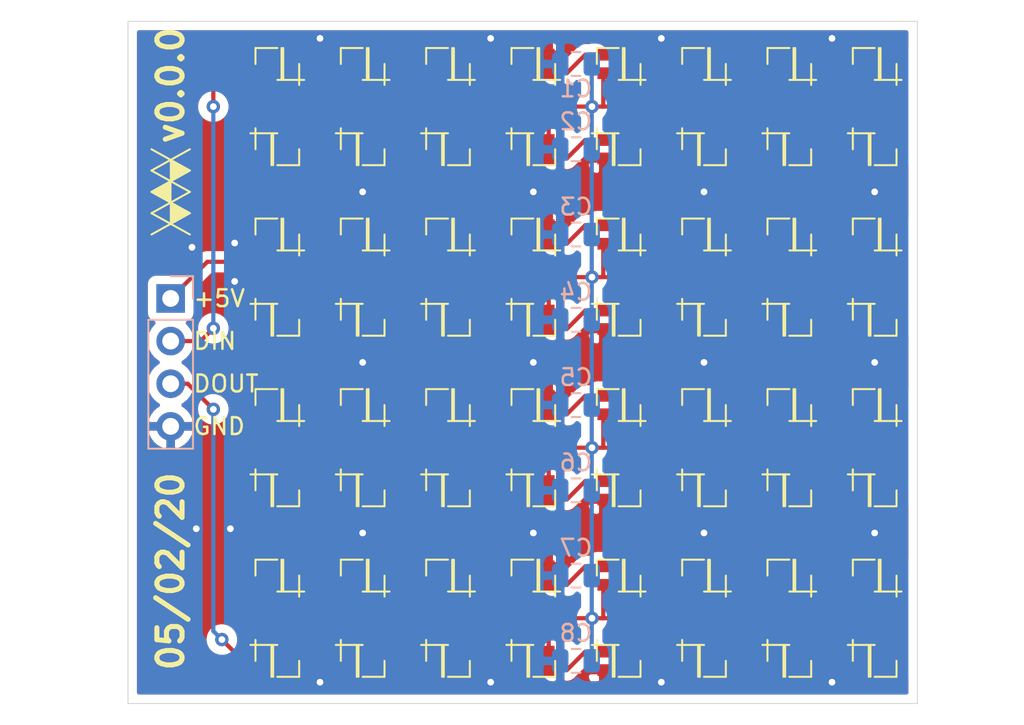
<source format=kicad_pcb>
(kicad_pcb (version 20171130) (host pcbnew "(5.1.2)-1")
  (layers (0 F.Cu signal) (31 B.Cu signal) (34 B.Paste user) (35 F.Paste user) (36 B.SilkS user) (37 F.SilkS user) (38 B.Mask user) (39 F.Mask user) (44 Edge.Cuts user))
  (net 0 "")
  (net 1 GND)
  (net 2 +5V)
  (net 3 DIN)
  (net 4 "Net-(D1-Pad1)")
  (net 5 "Net-(D2-Pad1)")
  (net 6 "Net-(D3-Pad1)")
  (net 7 "Net-(D4-Pad1)")
  (net 8 "Net-(D5-Pad1)")
  (net 9 "Net-(D6-Pad1)")
  (net 10 "Net-(D7-Pad1)")
  (net 11 /row1/DIN)
  (net 12 "Net-(D10-Pad3)")
  (net 13 "Net-(D10-Pad1)")
  (net 14 "Net-(D11-Pad1)")
  (net 15 "Net-(D12-Pad1)")
  (net 16 "Net-(D13-Pad1)")
  (net 17 "Net-(D14-Pad1)")
  (net 18 "Net-(D15-Pad1)")
  (net 19 /row2/DIN)
  (net 20 "Net-(D17-Pad1)")
  (net 21 "Net-(D18-Pad1)")
  (net 22 "Net-(D19-Pad1)")
  (net 23 "Net-(D20-Pad1)")
  (net 24 "Net-(D21-Pad1)")
  (net 25 "Net-(D22-Pad1)")
  (net 26 "Net-(D23-Pad1)")
  (net 27 /row3/DIN)
  (net 28 "Net-(D25-Pad1)")
  (net 29 "Net-(D26-Pad1)")
  (net 30 "Net-(D27-Pad1)")
  (net 31 "Net-(D28-Pad1)")
  (net 32 "Net-(D29-Pad1)")
  (net 33 "Net-(D30-Pad1)")
  (net 34 "Net-(D31-Pad1)")
  (net 35 /row4/DIN)
  (net 36 "Net-(D33-Pad1)")
  (net 37 "Net-(D34-Pad1)")
  (net 38 "Net-(D35-Pad1)")
  (net 39 "Net-(D36-Pad1)")
  (net 40 "Net-(D37-Pad1)")
  (net 41 "Net-(D38-Pad1)")
  (net 42 "Net-(D39-Pad1)")
  (net 43 /row5/DIN)
  (net 44 "Net-(D41-Pad1)")
  (net 45 "Net-(D42-Pad1)")
  (net 46 "Net-(D43-Pad1)")
  (net 47 "Net-(D44-Pad1)")
  (net 48 "Net-(D45-Pad1)")
  (net 49 "Net-(D46-Pad1)")
  (net 50 "Net-(D47-Pad1)")
  (net 51 /row6/DIN)
  (net 52 "Net-(D49-Pad1)")
  (net 53 "Net-(D50-Pad1)")
  (net 54 "Net-(D51-Pad1)")
  (net 55 "Net-(D52-Pad1)")
  (net 56 "Net-(D53-Pad1)")
  (net 57 "Net-(D54-Pad1)")
  (net 58 "Net-(D55-Pad1)")
  (net 59 /row7/DIN)
  (net 60 "Net-(D57-Pad1)")
  (net 61 "Net-(D58-Pad1)")
  (net 62 "Net-(D59-Pad1)")
  (net 63 "Net-(D60-Pad1)")
  (net 64 "Net-(D61-Pad1)")
  (net 65 "Net-(D62-Pad1)")
  (net 66 "Net-(D63-Pad1)")
  (net 67 DOUT)
  (module Symbol:Logo_WM (layer F.Cu) (at 72.39 50.8 90)
    (fp_text reference REF** hide)
    (fp_text value Logo_WM)
  )
  (module LED_SMD:LED_WS2812_2020_2.0x2.0mm (layer F.Cu) (at 78.74 78.74 180)
    (fp_text reference D64 hide)
    (fp_text value WS2812_2020)
    (pad 2 smd rect (at 0.915 -0.55 180) (size 0.7 0.7) (layers F.Cu F.Paste F.Mask) (net 1 GND))
    (pad 3 smd rect (at -0.915 -0.55 180) (size 0.7 0.7) (layers F.Cu F.Paste F.Mask) (net 66 "Net-(D63-Pad1)"))
    (pad 4 smd rect (at -0.915 0.55 180) (size 0.7 0.7) (layers F.Cu F.Paste F.Mask) (net 2 +5V))
    (pad 1 smd rect (at 0.915 0.55 180) (size 0.7 0.7) (layers F.Cu F.Paste F.Mask) (net 67 DOUT))
  )
  (module LED_SMD:LED_WS2812_2020_2.0x2.0mm (layer F.Cu) (at 83.82 78.74 180)
    (fp_text reference D63 hide)
    (fp_text value WS2812_2020)
    (pad 2 smd rect (at 0.915 -0.55 180) (size 0.7 0.7) (layers F.Cu F.Paste F.Mask) (net 1 GND))
    (pad 3 smd rect (at -0.915 -0.55 180) (size 0.7 0.7) (layers F.Cu F.Paste F.Mask) (net 65 "Net-(D62-Pad1)"))
    (pad 4 smd rect (at -0.915 0.55 180) (size 0.7 0.7) (layers F.Cu F.Paste F.Mask) (net 2 +5V))
    (pad 1 smd rect (at 0.915 0.55 180) (size 0.7 0.7) (layers F.Cu F.Paste F.Mask) (net 66 "Net-(D63-Pad1)"))
  )
  (module LED_SMD:LED_WS2812_2020_2.0x2.0mm (layer F.Cu) (at 88.9 78.74 180)
    (fp_text reference D62 hide)
    (fp_text value WS2812_2020)
    (pad 2 smd rect (at 0.915 -0.55 180) (size 0.7 0.7) (layers F.Cu F.Paste F.Mask) (net 1 GND))
    (pad 3 smd rect (at -0.915 -0.55 180) (size 0.7 0.7) (layers F.Cu F.Paste F.Mask) (net 64 "Net-(D61-Pad1)"))
    (pad 4 smd rect (at -0.915 0.55 180) (size 0.7 0.7) (layers F.Cu F.Paste F.Mask) (net 2 +5V))
    (pad 1 smd rect (at 0.915 0.55 180) (size 0.7 0.7) (layers F.Cu F.Paste F.Mask) (net 65 "Net-(D62-Pad1)"))
  )
  (module LED_SMD:LED_WS2812_2020_2.0x2.0mm (layer F.Cu) (at 93.98 78.74 180)
    (fp_text reference D61 hide)
    (fp_text value WS2812_2020)
    (pad 2 smd rect (at 0.915 -0.55 180) (size 0.7 0.7) (layers F.Cu F.Paste F.Mask) (net 1 GND))
    (pad 3 smd rect (at -0.915 -0.55 180) (size 0.7 0.7) (layers F.Cu F.Paste F.Mask) (net 63 "Net-(D60-Pad1)"))
    (pad 4 smd rect (at -0.915 0.55 180) (size 0.7 0.7) (layers F.Cu F.Paste F.Mask) (net 2 +5V))
    (pad 1 smd rect (at 0.915 0.55 180) (size 0.7 0.7) (layers F.Cu F.Paste F.Mask) (net 64 "Net-(D61-Pad1)"))
  )
  (module LED_SMD:LED_WS2812_2020_2.0x2.0mm (layer F.Cu) (at 99.06 78.74 180)
    (fp_text reference D60 hide)
    (fp_text value WS2812_2020)
    (pad 2 smd rect (at 0.915 -0.55 180) (size 0.7 0.7) (layers F.Cu F.Paste F.Mask) (net 1 GND))
    (pad 3 smd rect (at -0.915 -0.55 180) (size 0.7 0.7) (layers F.Cu F.Paste F.Mask) (net 62 "Net-(D59-Pad1)"))
    (pad 4 smd rect (at -0.915 0.55 180) (size 0.7 0.7) (layers F.Cu F.Paste F.Mask) (net 2 +5V))
    (pad 1 smd rect (at 0.915 0.55 180) (size 0.7 0.7) (layers F.Cu F.Paste F.Mask) (net 63 "Net-(D60-Pad1)"))
  )
  (module LED_SMD:LED_WS2812_2020_2.0x2.0mm (layer F.Cu) (at 104.14 78.74 180)
    (fp_text reference D59 hide)
    (fp_text value WS2812_2020)
    (pad 2 smd rect (at 0.915 -0.55 180) (size 0.7 0.7) (layers F.Cu F.Paste F.Mask) (net 1 GND))
    (pad 3 smd rect (at -0.915 -0.55 180) (size 0.7 0.7) (layers F.Cu F.Paste F.Mask) (net 61 "Net-(D58-Pad1)"))
    (pad 4 smd rect (at -0.915 0.55 180) (size 0.7 0.7) (layers F.Cu F.Paste F.Mask) (net 2 +5V))
    (pad 1 smd rect (at 0.915 0.55 180) (size 0.7 0.7) (layers F.Cu F.Paste F.Mask) (net 62 "Net-(D59-Pad1)"))
  )
  (module LED_SMD:LED_WS2812_2020_2.0x2.0mm (layer F.Cu) (at 109.22 78.74 180)
    (fp_text reference D58 hide)
    (fp_text value WS2812_2020)
    (pad 2 smd rect (at 0.915 -0.55 180) (size 0.7 0.7) (layers F.Cu F.Paste F.Mask) (net 1 GND))
    (pad 3 smd rect (at -0.915 -0.55 180) (size 0.7 0.7) (layers F.Cu F.Paste F.Mask) (net 60 "Net-(D57-Pad1)"))
    (pad 4 smd rect (at -0.915 0.55 180) (size 0.7 0.7) (layers F.Cu F.Paste F.Mask) (net 2 +5V))
    (pad 1 smd rect (at 0.915 0.55 180) (size 0.7 0.7) (layers F.Cu F.Paste F.Mask) (net 61 "Net-(D58-Pad1)"))
  )
  (module LED_SMD:LED_WS2812_2020_2.0x2.0mm (layer F.Cu) (at 114.3 78.74 180)
    (fp_text reference D57 hide)
    (fp_text value WS2812_2020)
    (pad 2 smd rect (at 0.915 -0.55 180) (size 0.7 0.7) (layers F.Cu F.Paste F.Mask) (net 1 GND))
    (pad 3 smd rect (at -0.915 -0.55 180) (size 0.7 0.7) (layers F.Cu F.Paste F.Mask) (net 59 /row7/DIN))
    (pad 4 smd rect (at -0.915 0.55 180) (size 0.7 0.7) (layers F.Cu F.Paste F.Mask) (net 2 +5V))
    (pad 1 smd rect (at 0.915 0.55 180) (size 0.7 0.7) (layers F.Cu F.Paste F.Mask) (net 60 "Net-(D57-Pad1)"))
  )
  (module LED_SMD:LED_WS2812_2020_2.0x2.0mm (layer F.Cu) (at 114.3 73.66)
    (fp_text reference D56 hide)
    (fp_text value WS2812_2020)
    (pad 2 smd rect (at 0.915 -0.55) (size 0.7 0.7) (layers F.Cu F.Paste F.Mask) (net 1 GND))
    (pad 3 smd rect (at -0.915 -0.55) (size 0.7 0.7) (layers F.Cu F.Paste F.Mask) (net 58 "Net-(D55-Pad1)"))
    (pad 4 smd rect (at -0.915 0.55) (size 0.7 0.7) (layers F.Cu F.Paste F.Mask) (net 2 +5V))
    (pad 1 smd rect (at 0.915 0.55) (size 0.7 0.7) (layers F.Cu F.Paste F.Mask) (net 59 /row7/DIN))
  )
  (module LED_SMD:LED_WS2812_2020_2.0x2.0mm (layer F.Cu) (at 109.22 73.66)
    (fp_text reference D55 hide)
    (fp_text value WS2812_2020)
    (pad 2 smd rect (at 0.915 -0.55) (size 0.7 0.7) (layers F.Cu F.Paste F.Mask) (net 1 GND))
    (pad 3 smd rect (at -0.915 -0.55) (size 0.7 0.7) (layers F.Cu F.Paste F.Mask) (net 57 "Net-(D54-Pad1)"))
    (pad 4 smd rect (at -0.915 0.55) (size 0.7 0.7) (layers F.Cu F.Paste F.Mask) (net 2 +5V))
    (pad 1 smd rect (at 0.915 0.55) (size 0.7 0.7) (layers F.Cu F.Paste F.Mask) (net 58 "Net-(D55-Pad1)"))
  )
  (module LED_SMD:LED_WS2812_2020_2.0x2.0mm (layer F.Cu) (at 104.14 73.66)
    (fp_text reference D54 hide)
    (fp_text value WS2812_2020)
    (pad 2 smd rect (at 0.915 -0.55) (size 0.7 0.7) (layers F.Cu F.Paste F.Mask) (net 1 GND))
    (pad 3 smd rect (at -0.915 -0.55) (size 0.7 0.7) (layers F.Cu F.Paste F.Mask) (net 56 "Net-(D53-Pad1)"))
    (pad 4 smd rect (at -0.915 0.55) (size 0.7 0.7) (layers F.Cu F.Paste F.Mask) (net 2 +5V))
    (pad 1 smd rect (at 0.915 0.55) (size 0.7 0.7) (layers F.Cu F.Paste F.Mask) (net 57 "Net-(D54-Pad1)"))
  )
  (module LED_SMD:LED_WS2812_2020_2.0x2.0mm (layer F.Cu) (at 99.06 73.66)
    (fp_text reference D53 hide)
    (fp_text value WS2812_2020)
    (pad 2 smd rect (at 0.915 -0.55) (size 0.7 0.7) (layers F.Cu F.Paste F.Mask) (net 1 GND))
    (pad 3 smd rect (at -0.915 -0.55) (size 0.7 0.7) (layers F.Cu F.Paste F.Mask) (net 55 "Net-(D52-Pad1)"))
    (pad 4 smd rect (at -0.915 0.55) (size 0.7 0.7) (layers F.Cu F.Paste F.Mask) (net 2 +5V))
    (pad 1 smd rect (at 0.915 0.55) (size 0.7 0.7) (layers F.Cu F.Paste F.Mask) (net 56 "Net-(D53-Pad1)"))
  )
  (module LED_SMD:LED_WS2812_2020_2.0x2.0mm (layer F.Cu) (at 93.98 73.66)
    (fp_text reference D52 hide)
    (fp_text value WS2812_2020)
    (pad 2 smd rect (at 0.915 -0.55) (size 0.7 0.7) (layers F.Cu F.Paste F.Mask) (net 1 GND))
    (pad 3 smd rect (at -0.915 -0.55) (size 0.7 0.7) (layers F.Cu F.Paste F.Mask) (net 54 "Net-(D51-Pad1)"))
    (pad 4 smd rect (at -0.915 0.55) (size 0.7 0.7) (layers F.Cu F.Paste F.Mask) (net 2 +5V))
    (pad 1 smd rect (at 0.915 0.55) (size 0.7 0.7) (layers F.Cu F.Paste F.Mask) (net 55 "Net-(D52-Pad1)"))
  )
  (module LED_SMD:LED_WS2812_2020_2.0x2.0mm (layer F.Cu) (at 88.9 73.66)
    (fp_text reference D51 hide)
    (fp_text value WS2812_2020)
    (pad 2 smd rect (at 0.915 -0.55) (size 0.7 0.7) (layers F.Cu F.Paste F.Mask) (net 1 GND))
    (pad 3 smd rect (at -0.915 -0.55) (size 0.7 0.7) (layers F.Cu F.Paste F.Mask) (net 53 "Net-(D50-Pad1)"))
    (pad 4 smd rect (at -0.915 0.55) (size 0.7 0.7) (layers F.Cu F.Paste F.Mask) (net 2 +5V))
    (pad 1 smd rect (at 0.915 0.55) (size 0.7 0.7) (layers F.Cu F.Paste F.Mask) (net 54 "Net-(D51-Pad1)"))
  )
  (module LED_SMD:LED_WS2812_2020_2.0x2.0mm (layer F.Cu) (at 83.82 73.66)
    (fp_text reference D50 hide)
    (fp_text value WS2812_2020)
    (pad 2 smd rect (at 0.915 -0.55) (size 0.7 0.7) (layers F.Cu F.Paste F.Mask) (net 1 GND))
    (pad 3 smd rect (at -0.915 -0.55) (size 0.7 0.7) (layers F.Cu F.Paste F.Mask) (net 52 "Net-(D49-Pad1)"))
    (pad 4 smd rect (at -0.915 0.55) (size 0.7 0.7) (layers F.Cu F.Paste F.Mask) (net 2 +5V))
    (pad 1 smd rect (at 0.915 0.55) (size 0.7 0.7) (layers F.Cu F.Paste F.Mask) (net 53 "Net-(D50-Pad1)"))
  )
  (module LED_SMD:LED_WS2812_2020_2.0x2.0mm (layer F.Cu) (at 78.74 73.66)
    (fp_text reference D49 hide)
    (fp_text value WS2812_2020)
    (pad 2 smd rect (at 0.915 -0.55) (size 0.7 0.7) (layers F.Cu F.Paste F.Mask) (net 1 GND))
    (pad 3 smd rect (at -0.915 -0.55) (size 0.7 0.7) (layers F.Cu F.Paste F.Mask) (net 51 /row6/DIN))
    (pad 4 smd rect (at -0.915 0.55) (size 0.7 0.7) (layers F.Cu F.Paste F.Mask) (net 2 +5V))
    (pad 1 smd rect (at 0.915 0.55) (size 0.7 0.7) (layers F.Cu F.Paste F.Mask) (net 52 "Net-(D49-Pad1)"))
  )
  (module LED_SMD:LED_WS2812_2020_2.0x2.0mm (layer F.Cu) (at 78.74 68.58 180)
    (fp_text reference D48 hide)
    (fp_text value WS2812_2020)
    (pad 2 smd rect (at 0.915 -0.55 180) (size 0.7 0.7) (layers F.Cu F.Paste F.Mask) (net 1 GND))
    (pad 3 smd rect (at -0.915 -0.55 180) (size 0.7 0.7) (layers F.Cu F.Paste F.Mask) (net 50 "Net-(D47-Pad1)"))
    (pad 4 smd rect (at -0.915 0.55 180) (size 0.7 0.7) (layers F.Cu F.Paste F.Mask) (net 2 +5V))
    (pad 1 smd rect (at 0.915 0.55 180) (size 0.7 0.7) (layers F.Cu F.Paste F.Mask) (net 51 /row6/DIN))
  )
  (module LED_SMD:LED_WS2812_2020_2.0x2.0mm (layer F.Cu) (at 83.82 68.58 180)
    (fp_text reference D47 hide)
    (fp_text value WS2812_2020)
    (pad 2 smd rect (at 0.915 -0.55 180) (size 0.7 0.7) (layers F.Cu F.Paste F.Mask) (net 1 GND))
    (pad 3 smd rect (at -0.915 -0.55 180) (size 0.7 0.7) (layers F.Cu F.Paste F.Mask) (net 49 "Net-(D46-Pad1)"))
    (pad 4 smd rect (at -0.915 0.55 180) (size 0.7 0.7) (layers F.Cu F.Paste F.Mask) (net 2 +5V))
    (pad 1 smd rect (at 0.915 0.55 180) (size 0.7 0.7) (layers F.Cu F.Paste F.Mask) (net 50 "Net-(D47-Pad1)"))
  )
  (module LED_SMD:LED_WS2812_2020_2.0x2.0mm (layer F.Cu) (at 88.9 68.58 180)
    (fp_text reference D46 hide)
    (fp_text value WS2812_2020)
    (pad 2 smd rect (at 0.915 -0.55 180) (size 0.7 0.7) (layers F.Cu F.Paste F.Mask) (net 1 GND))
    (pad 3 smd rect (at -0.915 -0.55 180) (size 0.7 0.7) (layers F.Cu F.Paste F.Mask) (net 48 "Net-(D45-Pad1)"))
    (pad 4 smd rect (at -0.915 0.55 180) (size 0.7 0.7) (layers F.Cu F.Paste F.Mask) (net 2 +5V))
    (pad 1 smd rect (at 0.915 0.55 180) (size 0.7 0.7) (layers F.Cu F.Paste F.Mask) (net 49 "Net-(D46-Pad1)"))
  )
  (module LED_SMD:LED_WS2812_2020_2.0x2.0mm (layer F.Cu) (at 93.98 68.58 180)
    (fp_text reference D45 hide)
    (fp_text value WS2812_2020)
    (pad 2 smd rect (at 0.915 -0.55 180) (size 0.7 0.7) (layers F.Cu F.Paste F.Mask) (net 1 GND))
    (pad 3 smd rect (at -0.915 -0.55 180) (size 0.7 0.7) (layers F.Cu F.Paste F.Mask) (net 47 "Net-(D44-Pad1)"))
    (pad 4 smd rect (at -0.915 0.55 180) (size 0.7 0.7) (layers F.Cu F.Paste F.Mask) (net 2 +5V))
    (pad 1 smd rect (at 0.915 0.55 180) (size 0.7 0.7) (layers F.Cu F.Paste F.Mask) (net 48 "Net-(D45-Pad1)"))
  )
  (module LED_SMD:LED_WS2812_2020_2.0x2.0mm (layer F.Cu) (at 99.06 68.58 180)
    (fp_text reference D44 hide)
    (fp_text value WS2812_2020)
    (pad 2 smd rect (at 0.915 -0.55 180) (size 0.7 0.7) (layers F.Cu F.Paste F.Mask) (net 1 GND))
    (pad 3 smd rect (at -0.915 -0.55 180) (size 0.7 0.7) (layers F.Cu F.Paste F.Mask) (net 46 "Net-(D43-Pad1)"))
    (pad 4 smd rect (at -0.915 0.55 180) (size 0.7 0.7) (layers F.Cu F.Paste F.Mask) (net 2 +5V))
    (pad 1 smd rect (at 0.915 0.55 180) (size 0.7 0.7) (layers F.Cu F.Paste F.Mask) (net 47 "Net-(D44-Pad1)"))
  )
  (module LED_SMD:LED_WS2812_2020_2.0x2.0mm (layer F.Cu) (at 104.14 68.58 180)
    (fp_text reference D43 hide)
    (fp_text value WS2812_2020)
    (pad 2 smd rect (at 0.915 -0.55 180) (size 0.7 0.7) (layers F.Cu F.Paste F.Mask) (net 1 GND))
    (pad 3 smd rect (at -0.915 -0.55 180) (size 0.7 0.7) (layers F.Cu F.Paste F.Mask) (net 45 "Net-(D42-Pad1)"))
    (pad 4 smd rect (at -0.915 0.55 180) (size 0.7 0.7) (layers F.Cu F.Paste F.Mask) (net 2 +5V))
    (pad 1 smd rect (at 0.915 0.55 180) (size 0.7 0.7) (layers F.Cu F.Paste F.Mask) (net 46 "Net-(D43-Pad1)"))
  )
  (module LED_SMD:LED_WS2812_2020_2.0x2.0mm (layer F.Cu) (at 109.22 68.58 180)
    (fp_text reference D42 hide)
    (fp_text value WS2812_2020)
    (pad 2 smd rect (at 0.915 -0.55 180) (size 0.7 0.7) (layers F.Cu F.Paste F.Mask) (net 1 GND))
    (pad 3 smd rect (at -0.915 -0.55 180) (size 0.7 0.7) (layers F.Cu F.Paste F.Mask) (net 44 "Net-(D41-Pad1)"))
    (pad 4 smd rect (at -0.915 0.55 180) (size 0.7 0.7) (layers F.Cu F.Paste F.Mask) (net 2 +5V))
    (pad 1 smd rect (at 0.915 0.55 180) (size 0.7 0.7) (layers F.Cu F.Paste F.Mask) (net 45 "Net-(D42-Pad1)"))
  )
  (module LED_SMD:LED_WS2812_2020_2.0x2.0mm (layer F.Cu) (at 114.3 68.58 180)
    (fp_text reference D41 hide)
    (fp_text value WS2812_2020)
    (pad 2 smd rect (at 0.915 -0.55 180) (size 0.7 0.7) (layers F.Cu F.Paste F.Mask) (net 1 GND))
    (pad 3 smd rect (at -0.915 -0.55 180) (size 0.7 0.7) (layers F.Cu F.Paste F.Mask) (net 43 /row5/DIN))
    (pad 4 smd rect (at -0.915 0.55 180) (size 0.7 0.7) (layers F.Cu F.Paste F.Mask) (net 2 +5V))
    (pad 1 smd rect (at 0.915 0.55 180) (size 0.7 0.7) (layers F.Cu F.Paste F.Mask) (net 44 "Net-(D41-Pad1)"))
  )
  (module LED_SMD:LED_WS2812_2020_2.0x2.0mm (layer F.Cu) (at 114.3 63.5)
    (fp_text reference D40 hide)
    (fp_text value WS2812_2020)
    (pad 2 smd rect (at 0.915 -0.55) (size 0.7 0.7) (layers F.Cu F.Paste F.Mask) (net 1 GND))
    (pad 3 smd rect (at -0.915 -0.55) (size 0.7 0.7) (layers F.Cu F.Paste F.Mask) (net 42 "Net-(D39-Pad1)"))
    (pad 4 smd rect (at -0.915 0.55) (size 0.7 0.7) (layers F.Cu F.Paste F.Mask) (net 2 +5V))
    (pad 1 smd rect (at 0.915 0.55) (size 0.7 0.7) (layers F.Cu F.Paste F.Mask) (net 43 /row5/DIN))
  )
  (module LED_SMD:LED_WS2812_2020_2.0x2.0mm (layer F.Cu) (at 109.22 63.5)
    (fp_text reference D39 hide)
    (fp_text value WS2812_2020)
    (pad 2 smd rect (at 0.915 -0.55) (size 0.7 0.7) (layers F.Cu F.Paste F.Mask) (net 1 GND))
    (pad 3 smd rect (at -0.915 -0.55) (size 0.7 0.7) (layers F.Cu F.Paste F.Mask) (net 41 "Net-(D38-Pad1)"))
    (pad 4 smd rect (at -0.915 0.55) (size 0.7 0.7) (layers F.Cu F.Paste F.Mask) (net 2 +5V))
    (pad 1 smd rect (at 0.915 0.55) (size 0.7 0.7) (layers F.Cu F.Paste F.Mask) (net 42 "Net-(D39-Pad1)"))
  )
  (module LED_SMD:LED_WS2812_2020_2.0x2.0mm (layer F.Cu) (at 104.14 63.5)
    (fp_text reference D38 hide)
    (fp_text value WS2812_2020)
    (pad 2 smd rect (at 0.915 -0.55) (size 0.7 0.7) (layers F.Cu F.Paste F.Mask) (net 1 GND))
    (pad 3 smd rect (at -0.915 -0.55) (size 0.7 0.7) (layers F.Cu F.Paste F.Mask) (net 40 "Net-(D37-Pad1)"))
    (pad 4 smd rect (at -0.915 0.55) (size 0.7 0.7) (layers F.Cu F.Paste F.Mask) (net 2 +5V))
    (pad 1 smd rect (at 0.915 0.55) (size 0.7 0.7) (layers F.Cu F.Paste F.Mask) (net 41 "Net-(D38-Pad1)"))
  )
  (module LED_SMD:LED_WS2812_2020_2.0x2.0mm (layer F.Cu) (at 99.06 63.5)
    (fp_text reference D37 hide)
    (fp_text value WS2812_2020)
    (pad 2 smd rect (at 0.915 -0.55) (size 0.7 0.7) (layers F.Cu F.Paste F.Mask) (net 1 GND))
    (pad 3 smd rect (at -0.915 -0.55) (size 0.7 0.7) (layers F.Cu F.Paste F.Mask) (net 39 "Net-(D36-Pad1)"))
    (pad 4 smd rect (at -0.915 0.55) (size 0.7 0.7) (layers F.Cu F.Paste F.Mask) (net 2 +5V))
    (pad 1 smd rect (at 0.915 0.55) (size 0.7 0.7) (layers F.Cu F.Paste F.Mask) (net 40 "Net-(D37-Pad1)"))
  )
  (module LED_SMD:LED_WS2812_2020_2.0x2.0mm (layer F.Cu) (at 93.98 63.5)
    (fp_text reference D36 hide)
    (fp_text value WS2812_2020)
    (pad 2 smd rect (at 0.915 -0.55) (size 0.7 0.7) (layers F.Cu F.Paste F.Mask) (net 1 GND))
    (pad 3 smd rect (at -0.915 -0.55) (size 0.7 0.7) (layers F.Cu F.Paste F.Mask) (net 38 "Net-(D35-Pad1)"))
    (pad 4 smd rect (at -0.915 0.55) (size 0.7 0.7) (layers F.Cu F.Paste F.Mask) (net 2 +5V))
    (pad 1 smd rect (at 0.915 0.55) (size 0.7 0.7) (layers F.Cu F.Paste F.Mask) (net 39 "Net-(D36-Pad1)"))
  )
  (module LED_SMD:LED_WS2812_2020_2.0x2.0mm (layer F.Cu) (at 88.9 63.5)
    (fp_text reference D35 hide)
    (fp_text value WS2812_2020)
    (pad 2 smd rect (at 0.915 -0.55) (size 0.7 0.7) (layers F.Cu F.Paste F.Mask) (net 1 GND))
    (pad 3 smd rect (at -0.915 -0.55) (size 0.7 0.7) (layers F.Cu F.Paste F.Mask) (net 37 "Net-(D34-Pad1)"))
    (pad 4 smd rect (at -0.915 0.55) (size 0.7 0.7) (layers F.Cu F.Paste F.Mask) (net 2 +5V))
    (pad 1 smd rect (at 0.915 0.55) (size 0.7 0.7) (layers F.Cu F.Paste F.Mask) (net 38 "Net-(D35-Pad1)"))
  )
  (module LED_SMD:LED_WS2812_2020_2.0x2.0mm (layer F.Cu) (at 83.82 63.5)
    (fp_text reference D34 hide)
    (fp_text value WS2812_2020)
    (pad 2 smd rect (at 0.915 -0.55) (size 0.7 0.7) (layers F.Cu F.Paste F.Mask) (net 1 GND))
    (pad 3 smd rect (at -0.915 -0.55) (size 0.7 0.7) (layers F.Cu F.Paste F.Mask) (net 36 "Net-(D33-Pad1)"))
    (pad 4 smd rect (at -0.915 0.55) (size 0.7 0.7) (layers F.Cu F.Paste F.Mask) (net 2 +5V))
    (pad 1 smd rect (at 0.915 0.55) (size 0.7 0.7) (layers F.Cu F.Paste F.Mask) (net 37 "Net-(D34-Pad1)"))
  )
  (module LED_SMD:LED_WS2812_2020_2.0x2.0mm (layer F.Cu) (at 78.74 63.5)
    (fp_text reference D33 hide)
    (fp_text value WS2812_2020)
    (pad 2 smd rect (at 0.915 -0.55) (size 0.7 0.7) (layers F.Cu F.Paste F.Mask) (net 1 GND))
    (pad 3 smd rect (at -0.915 -0.55) (size 0.7 0.7) (layers F.Cu F.Paste F.Mask) (net 35 /row4/DIN))
    (pad 4 smd rect (at -0.915 0.55) (size 0.7 0.7) (layers F.Cu F.Paste F.Mask) (net 2 +5V))
    (pad 1 smd rect (at 0.915 0.55) (size 0.7 0.7) (layers F.Cu F.Paste F.Mask) (net 36 "Net-(D33-Pad1)"))
  )
  (module LED_SMD:LED_WS2812_2020_2.0x2.0mm (layer F.Cu) (at 78.74 58.42 180)
    (fp_text reference D32 hide)
    (fp_text value WS2812_2020)
    (pad 2 smd rect (at 0.915 -0.55 180) (size 0.7 0.7) (layers F.Cu F.Paste F.Mask) (net 1 GND))
    (pad 3 smd rect (at -0.915 -0.55 180) (size 0.7 0.7) (layers F.Cu F.Paste F.Mask) (net 34 "Net-(D31-Pad1)"))
    (pad 4 smd rect (at -0.915 0.55 180) (size 0.7 0.7) (layers F.Cu F.Paste F.Mask) (net 2 +5V))
    (pad 1 smd rect (at 0.915 0.55 180) (size 0.7 0.7) (layers F.Cu F.Paste F.Mask) (net 35 /row4/DIN))
  )
  (module LED_SMD:LED_WS2812_2020_2.0x2.0mm (layer F.Cu) (at 83.82 58.42 180)
    (fp_text reference D31 hide)
    (fp_text value WS2812_2020)
    (pad 2 smd rect (at 0.915 -0.55 180) (size 0.7 0.7) (layers F.Cu F.Paste F.Mask) (net 1 GND))
    (pad 3 smd rect (at -0.915 -0.55 180) (size 0.7 0.7) (layers F.Cu F.Paste F.Mask) (net 33 "Net-(D30-Pad1)"))
    (pad 4 smd rect (at -0.915 0.55 180) (size 0.7 0.7) (layers F.Cu F.Paste F.Mask) (net 2 +5V))
    (pad 1 smd rect (at 0.915 0.55 180) (size 0.7 0.7) (layers F.Cu F.Paste F.Mask) (net 34 "Net-(D31-Pad1)"))
  )
  (module LED_SMD:LED_WS2812_2020_2.0x2.0mm (layer F.Cu) (at 88.9 58.42 180)
    (fp_text reference D30 hide)
    (fp_text value WS2812_2020)
    (pad 2 smd rect (at 0.915 -0.55 180) (size 0.7 0.7) (layers F.Cu F.Paste F.Mask) (net 1 GND))
    (pad 3 smd rect (at -0.915 -0.55 180) (size 0.7 0.7) (layers F.Cu F.Paste F.Mask) (net 32 "Net-(D29-Pad1)"))
    (pad 4 smd rect (at -0.915 0.55 180) (size 0.7 0.7) (layers F.Cu F.Paste F.Mask) (net 2 +5V))
    (pad 1 smd rect (at 0.915 0.55 180) (size 0.7 0.7) (layers F.Cu F.Paste F.Mask) (net 33 "Net-(D30-Pad1)"))
  )
  (module LED_SMD:LED_WS2812_2020_2.0x2.0mm (layer F.Cu) (at 93.98 58.42 180)
    (fp_text reference D29 hide)
    (fp_text value WS2812_2020)
    (pad 2 smd rect (at 0.915 -0.55 180) (size 0.7 0.7) (layers F.Cu F.Paste F.Mask) (net 1 GND))
    (pad 3 smd rect (at -0.915 -0.55 180) (size 0.7 0.7) (layers F.Cu F.Paste F.Mask) (net 31 "Net-(D28-Pad1)"))
    (pad 4 smd rect (at -0.915 0.55 180) (size 0.7 0.7) (layers F.Cu F.Paste F.Mask) (net 2 +5V))
    (pad 1 smd rect (at 0.915 0.55 180) (size 0.7 0.7) (layers F.Cu F.Paste F.Mask) (net 32 "Net-(D29-Pad1)"))
  )
  (module LED_SMD:LED_WS2812_2020_2.0x2.0mm (layer F.Cu) (at 99.06 58.42 180)
    (fp_text reference D28 hide)
    (fp_text value WS2812_2020)
    (pad 2 smd rect (at 0.915 -0.55 180) (size 0.7 0.7) (layers F.Cu F.Paste F.Mask) (net 1 GND))
    (pad 3 smd rect (at -0.915 -0.55 180) (size 0.7 0.7) (layers F.Cu F.Paste F.Mask) (net 30 "Net-(D27-Pad1)"))
    (pad 4 smd rect (at -0.915 0.55 180) (size 0.7 0.7) (layers F.Cu F.Paste F.Mask) (net 2 +5V))
    (pad 1 smd rect (at 0.915 0.55 180) (size 0.7 0.7) (layers F.Cu F.Paste F.Mask) (net 31 "Net-(D28-Pad1)"))
  )
  (module LED_SMD:LED_WS2812_2020_2.0x2.0mm (layer F.Cu) (at 104.14 58.42 180)
    (fp_text reference D27 hide)
    (fp_text value WS2812_2020)
    (pad 2 smd rect (at 0.915 -0.55 180) (size 0.7 0.7) (layers F.Cu F.Paste F.Mask) (net 1 GND))
    (pad 3 smd rect (at -0.915 -0.55 180) (size 0.7 0.7) (layers F.Cu F.Paste F.Mask) (net 29 "Net-(D26-Pad1)"))
    (pad 4 smd rect (at -0.915 0.55 180) (size 0.7 0.7) (layers F.Cu F.Paste F.Mask) (net 2 +5V))
    (pad 1 smd rect (at 0.915 0.55 180) (size 0.7 0.7) (layers F.Cu F.Paste F.Mask) (net 30 "Net-(D27-Pad1)"))
  )
  (module LED_SMD:LED_WS2812_2020_2.0x2.0mm (layer F.Cu) (at 109.22 58.42 180)
    (fp_text reference D26 hide)
    (fp_text value WS2812_2020)
    (pad 2 smd rect (at 0.915 -0.55 180) (size 0.7 0.7) (layers F.Cu F.Paste F.Mask) (net 1 GND))
    (pad 3 smd rect (at -0.915 -0.55 180) (size 0.7 0.7) (layers F.Cu F.Paste F.Mask) (net 28 "Net-(D25-Pad1)"))
    (pad 4 smd rect (at -0.915 0.55 180) (size 0.7 0.7) (layers F.Cu F.Paste F.Mask) (net 2 +5V))
    (pad 1 smd rect (at 0.915 0.55 180) (size 0.7 0.7) (layers F.Cu F.Paste F.Mask) (net 29 "Net-(D26-Pad1)"))
  )
  (module LED_SMD:LED_WS2812_2020_2.0x2.0mm (layer F.Cu) (at 114.3 58.42 180)
    (fp_text reference D25 hide)
    (fp_text value WS2812_2020)
    (pad 2 smd rect (at 0.915 -0.55 180) (size 0.7 0.7) (layers F.Cu F.Paste F.Mask) (net 1 GND))
    (pad 3 smd rect (at -0.915 -0.55 180) (size 0.7 0.7) (layers F.Cu F.Paste F.Mask) (net 27 /row3/DIN))
    (pad 4 smd rect (at -0.915 0.55 180) (size 0.7 0.7) (layers F.Cu F.Paste F.Mask) (net 2 +5V))
    (pad 1 smd rect (at 0.915 0.55 180) (size 0.7 0.7) (layers F.Cu F.Paste F.Mask) (net 28 "Net-(D25-Pad1)"))
  )
  (module LED_SMD:LED_WS2812_2020_2.0x2.0mm (layer F.Cu) (at 114.3 53.34)
    (fp_text reference D24 hide)
    (fp_text value WS2812_2020)
    (pad 2 smd rect (at 0.915 -0.55) (size 0.7 0.7) (layers F.Cu F.Paste F.Mask) (net 1 GND))
    (pad 3 smd rect (at -0.915 -0.55) (size 0.7 0.7) (layers F.Cu F.Paste F.Mask) (net 26 "Net-(D23-Pad1)"))
    (pad 4 smd rect (at -0.915 0.55) (size 0.7 0.7) (layers F.Cu F.Paste F.Mask) (net 2 +5V))
    (pad 1 smd rect (at 0.915 0.55) (size 0.7 0.7) (layers F.Cu F.Paste F.Mask) (net 27 /row3/DIN))
  )
  (module LED_SMD:LED_WS2812_2020_2.0x2.0mm (layer F.Cu) (at 109.22 53.34)
    (fp_text reference D23 hide)
    (fp_text value WS2812_2020)
    (pad 2 smd rect (at 0.915 -0.55) (size 0.7 0.7) (layers F.Cu F.Paste F.Mask) (net 1 GND))
    (pad 3 smd rect (at -0.915 -0.55) (size 0.7 0.7) (layers F.Cu F.Paste F.Mask) (net 25 "Net-(D22-Pad1)"))
    (pad 4 smd rect (at -0.915 0.55) (size 0.7 0.7) (layers F.Cu F.Paste F.Mask) (net 2 +5V))
    (pad 1 smd rect (at 0.915 0.55) (size 0.7 0.7) (layers F.Cu F.Paste F.Mask) (net 26 "Net-(D23-Pad1)"))
  )
  (module LED_SMD:LED_WS2812_2020_2.0x2.0mm (layer F.Cu) (at 104.14 53.34)
    (fp_text reference D22 hide)
    (fp_text value WS2812_2020)
    (pad 2 smd rect (at 0.915 -0.55) (size 0.7 0.7) (layers F.Cu F.Paste F.Mask) (net 1 GND))
    (pad 3 smd rect (at -0.915 -0.55) (size 0.7 0.7) (layers F.Cu F.Paste F.Mask) (net 24 "Net-(D21-Pad1)"))
    (pad 4 smd rect (at -0.915 0.55) (size 0.7 0.7) (layers F.Cu F.Paste F.Mask) (net 2 +5V))
    (pad 1 smd rect (at 0.915 0.55) (size 0.7 0.7) (layers F.Cu F.Paste F.Mask) (net 25 "Net-(D22-Pad1)"))
  )
  (module LED_SMD:LED_WS2812_2020_2.0x2.0mm (layer F.Cu) (at 99.06 53.34)
    (fp_text reference D21 hide)
    (fp_text value WS2812_2020)
    (pad 2 smd rect (at 0.915 -0.55) (size 0.7 0.7) (layers F.Cu F.Paste F.Mask) (net 1 GND))
    (pad 3 smd rect (at -0.915 -0.55) (size 0.7 0.7) (layers F.Cu F.Paste F.Mask) (net 23 "Net-(D20-Pad1)"))
    (pad 4 smd rect (at -0.915 0.55) (size 0.7 0.7) (layers F.Cu F.Paste F.Mask) (net 2 +5V))
    (pad 1 smd rect (at 0.915 0.55) (size 0.7 0.7) (layers F.Cu F.Paste F.Mask) (net 24 "Net-(D21-Pad1)"))
  )
  (module LED_SMD:LED_WS2812_2020_2.0x2.0mm (layer F.Cu) (at 93.98 53.34)
    (fp_text reference D20 hide)
    (fp_text value WS2812_2020)
    (pad 2 smd rect (at 0.915 -0.55) (size 0.7 0.7) (layers F.Cu F.Paste F.Mask) (net 1 GND))
    (pad 3 smd rect (at -0.915 -0.55) (size 0.7 0.7) (layers F.Cu F.Paste F.Mask) (net 22 "Net-(D19-Pad1)"))
    (pad 4 smd rect (at -0.915 0.55) (size 0.7 0.7) (layers F.Cu F.Paste F.Mask) (net 2 +5V))
    (pad 1 smd rect (at 0.915 0.55) (size 0.7 0.7) (layers F.Cu F.Paste F.Mask) (net 23 "Net-(D20-Pad1)"))
  )
  (module LED_SMD:LED_WS2812_2020_2.0x2.0mm (layer F.Cu) (at 88.9 53.34)
    (fp_text reference D19 hide)
    (fp_text value WS2812_2020)
    (pad 2 smd rect (at 0.915 -0.55) (size 0.7 0.7) (layers F.Cu F.Paste F.Mask) (net 1 GND))
    (pad 3 smd rect (at -0.915 -0.55) (size 0.7 0.7) (layers F.Cu F.Paste F.Mask) (net 21 "Net-(D18-Pad1)"))
    (pad 4 smd rect (at -0.915 0.55) (size 0.7 0.7) (layers F.Cu F.Paste F.Mask) (net 2 +5V))
    (pad 1 smd rect (at 0.915 0.55) (size 0.7 0.7) (layers F.Cu F.Paste F.Mask) (net 22 "Net-(D19-Pad1)"))
  )
  (module LED_SMD:LED_WS2812_2020_2.0x2.0mm (layer F.Cu) (at 83.82 53.34)
    (fp_text reference D18 hide)
    (fp_text value WS2812_2020)
    (pad 2 smd rect (at 0.915 -0.55) (size 0.7 0.7) (layers F.Cu F.Paste F.Mask) (net 1 GND))
    (pad 3 smd rect (at -0.915 -0.55) (size 0.7 0.7) (layers F.Cu F.Paste F.Mask) (net 20 "Net-(D17-Pad1)"))
    (pad 4 smd rect (at -0.915 0.55) (size 0.7 0.7) (layers F.Cu F.Paste F.Mask) (net 2 +5V))
    (pad 1 smd rect (at 0.915 0.55) (size 0.7 0.7) (layers F.Cu F.Paste F.Mask) (net 21 "Net-(D18-Pad1)"))
  )
  (module LED_SMD:LED_WS2812_2020_2.0x2.0mm (layer F.Cu) (at 78.74 53.34)
    (fp_text reference D17 hide)
    (fp_text value WS2812_2020)
    (pad 2 smd rect (at 0.915 -0.55) (size 0.7 0.7) (layers F.Cu F.Paste F.Mask) (net 1 GND))
    (pad 3 smd rect (at -0.915 -0.55) (size 0.7 0.7) (layers F.Cu F.Paste F.Mask) (net 19 /row2/DIN))
    (pad 4 smd rect (at -0.915 0.55) (size 0.7 0.7) (layers F.Cu F.Paste F.Mask) (net 2 +5V))
    (pad 1 smd rect (at 0.915 0.55) (size 0.7 0.7) (layers F.Cu F.Paste F.Mask) (net 20 "Net-(D17-Pad1)"))
  )
  (module LED_SMD:LED_WS2812_2020_2.0x2.0mm (layer F.Cu) (at 78.74 48.26 180)
    (fp_text reference D16 hide)
    (fp_text value WS2812_2020)
    (pad 2 smd rect (at 0.915 -0.55 180) (size 0.7 0.7) (layers F.Cu F.Paste F.Mask) (net 1 GND))
    (pad 3 smd rect (at -0.915 -0.55 180) (size 0.7 0.7) (layers F.Cu F.Paste F.Mask) (net 18 "Net-(D15-Pad1)"))
    (pad 4 smd rect (at -0.915 0.55 180) (size 0.7 0.7) (layers F.Cu F.Paste F.Mask) (net 2 +5V))
    (pad 1 smd rect (at 0.915 0.55 180) (size 0.7 0.7) (layers F.Cu F.Paste F.Mask) (net 19 /row2/DIN))
  )
  (module LED_SMD:LED_WS2812_2020_2.0x2.0mm (layer F.Cu) (at 83.82 48.26 180)
    (fp_text reference D15 hide)
    (fp_text value WS2812_2020)
    (pad 2 smd rect (at 0.915 -0.55 180) (size 0.7 0.7) (layers F.Cu F.Paste F.Mask) (net 1 GND))
    (pad 3 smd rect (at -0.915 -0.55 180) (size 0.7 0.7) (layers F.Cu F.Paste F.Mask) (net 17 "Net-(D14-Pad1)"))
    (pad 4 smd rect (at -0.915 0.55 180) (size 0.7 0.7) (layers F.Cu F.Paste F.Mask) (net 2 +5V))
    (pad 1 smd rect (at 0.915 0.55 180) (size 0.7 0.7) (layers F.Cu F.Paste F.Mask) (net 18 "Net-(D15-Pad1)"))
  )
  (module LED_SMD:LED_WS2812_2020_2.0x2.0mm (layer F.Cu) (at 88.9 48.26 180)
    (fp_text reference D14 hide)
    (fp_text value WS2812_2020)
    (pad 2 smd rect (at 0.915 -0.55 180) (size 0.7 0.7) (layers F.Cu F.Paste F.Mask) (net 1 GND))
    (pad 3 smd rect (at -0.915 -0.55 180) (size 0.7 0.7) (layers F.Cu F.Paste F.Mask) (net 16 "Net-(D13-Pad1)"))
    (pad 4 smd rect (at -0.915 0.55 180) (size 0.7 0.7) (layers F.Cu F.Paste F.Mask) (net 2 +5V))
    (pad 1 smd rect (at 0.915 0.55 180) (size 0.7 0.7) (layers F.Cu F.Paste F.Mask) (net 17 "Net-(D14-Pad1)"))
  )
  (module LED_SMD:LED_WS2812_2020_2.0x2.0mm (layer F.Cu) (at 93.98 48.26 180)
    (fp_text reference D13 hide)
    (fp_text value WS2812_2020)
    (pad 2 smd rect (at 0.915 -0.55 180) (size 0.7 0.7) (layers F.Cu F.Paste F.Mask) (net 1 GND))
    (pad 3 smd rect (at -0.915 -0.55 180) (size 0.7 0.7) (layers F.Cu F.Paste F.Mask) (net 15 "Net-(D12-Pad1)"))
    (pad 4 smd rect (at -0.915 0.55 180) (size 0.7 0.7) (layers F.Cu F.Paste F.Mask) (net 2 +5V))
    (pad 1 smd rect (at 0.915 0.55 180) (size 0.7 0.7) (layers F.Cu F.Paste F.Mask) (net 16 "Net-(D13-Pad1)"))
  )
  (module LED_SMD:LED_WS2812_2020_2.0x2.0mm (layer F.Cu) (at 99.06 48.26 180)
    (fp_text reference D12 hide)
    (fp_text value WS2812_2020)
    (pad 2 smd rect (at 0.915 -0.55 180) (size 0.7 0.7) (layers F.Cu F.Paste F.Mask) (net 1 GND))
    (pad 3 smd rect (at -0.915 -0.55 180) (size 0.7 0.7) (layers F.Cu F.Paste F.Mask) (net 14 "Net-(D11-Pad1)"))
    (pad 4 smd rect (at -0.915 0.55 180) (size 0.7 0.7) (layers F.Cu F.Paste F.Mask) (net 2 +5V))
    (pad 1 smd rect (at 0.915 0.55 180) (size 0.7 0.7) (layers F.Cu F.Paste F.Mask) (net 15 "Net-(D12-Pad1)"))
  )
  (module LED_SMD:LED_WS2812_2020_2.0x2.0mm (layer F.Cu) (at 104.14 48.26 180)
    (fp_text reference D11 hide)
    (fp_text value WS2812_2020)
    (pad 2 smd rect (at 0.915 -0.55 180) (size 0.7 0.7) (layers F.Cu F.Paste F.Mask) (net 1 GND))
    (pad 3 smd rect (at -0.915 -0.55 180) (size 0.7 0.7) (layers F.Cu F.Paste F.Mask) (net 13 "Net-(D10-Pad1)"))
    (pad 4 smd rect (at -0.915 0.55 180) (size 0.7 0.7) (layers F.Cu F.Paste F.Mask) (net 2 +5V))
    (pad 1 smd rect (at 0.915 0.55 180) (size 0.7 0.7) (layers F.Cu F.Paste F.Mask) (net 14 "Net-(D11-Pad1)"))
  )
  (module LED_SMD:LED_WS2812_2020_2.0x2.0mm (layer F.Cu) (at 109.22 48.26 180)
    (fp_text reference D10 hide)
    (fp_text value WS2812_2020)
    (pad 2 smd rect (at 0.915 -0.55 180) (size 0.7 0.7) (layers F.Cu F.Paste F.Mask) (net 1 GND))
    (pad 3 smd rect (at -0.915 -0.55 180) (size 0.7 0.7) (layers F.Cu F.Paste F.Mask) (net 12 "Net-(D10-Pad3)"))
    (pad 4 smd rect (at -0.915 0.55 180) (size 0.7 0.7) (layers F.Cu F.Paste F.Mask) (net 2 +5V))
    (pad 1 smd rect (at 0.915 0.55 180) (size 0.7 0.7) (layers F.Cu F.Paste F.Mask) (net 13 "Net-(D10-Pad1)"))
  )
  (module LED_SMD:LED_WS2812_2020_2.0x2.0mm (layer F.Cu) (at 114.3 48.26 180)
    (fp_text reference D9 hide)
    (fp_text value WS2812_2020)
    (pad 2 smd rect (at 0.915 -0.55 180) (size 0.7 0.7) (layers F.Cu F.Paste F.Mask) (net 1 GND))
    (pad 3 smd rect (at -0.915 -0.55 180) (size 0.7 0.7) (layers F.Cu F.Paste F.Mask) (net 11 /row1/DIN))
    (pad 4 smd rect (at -0.915 0.55 180) (size 0.7 0.7) (layers F.Cu F.Paste F.Mask) (net 2 +5V))
    (pad 1 smd rect (at 0.915 0.55 180) (size 0.7 0.7) (layers F.Cu F.Paste F.Mask) (net 12 "Net-(D10-Pad3)"))
  )
  (module LED_SMD:LED_WS2812_2020_2.0x2.0mm (layer F.Cu) (at 114.3 43.18)
    (fp_text reference D8 hide)
    (fp_text value WS2812_2020)
    (pad 2 smd rect (at 0.915 -0.55) (size 0.7 0.7) (layers F.Cu F.Paste F.Mask) (net 1 GND))
    (pad 3 smd rect (at -0.915 -0.55) (size 0.7 0.7) (layers F.Cu F.Paste F.Mask) (net 10 "Net-(D7-Pad1)"))
    (pad 4 smd rect (at -0.915 0.55) (size 0.7 0.7) (layers F.Cu F.Paste F.Mask) (net 2 +5V))
    (pad 1 smd rect (at 0.915 0.55) (size 0.7 0.7) (layers F.Cu F.Paste F.Mask) (net 11 /row1/DIN))
  )
  (module LED_SMD:LED_WS2812_2020_2.0x2.0mm (layer F.Cu) (at 109.22 43.18)
    (fp_text reference D7 hide)
    (fp_text value WS2812_2020)
    (pad 2 smd rect (at 0.915 -0.55) (size 0.7 0.7) (layers F.Cu F.Paste F.Mask) (net 1 GND))
    (pad 3 smd rect (at -0.915 -0.55) (size 0.7 0.7) (layers F.Cu F.Paste F.Mask) (net 9 "Net-(D6-Pad1)"))
    (pad 4 smd rect (at -0.915 0.55) (size 0.7 0.7) (layers F.Cu F.Paste F.Mask) (net 2 +5V))
    (pad 1 smd rect (at 0.915 0.55) (size 0.7 0.7) (layers F.Cu F.Paste F.Mask) (net 10 "Net-(D7-Pad1)"))
  )
  (module LED_SMD:LED_WS2812_2020_2.0x2.0mm (layer F.Cu) (at 104.14 43.18)
    (fp_text reference D6 hide)
    (fp_text value WS2812_2020)
    (pad 2 smd rect (at 0.915 -0.55) (size 0.7 0.7) (layers F.Cu F.Paste F.Mask) (net 1 GND))
    (pad 3 smd rect (at -0.915 -0.55) (size 0.7 0.7) (layers F.Cu F.Paste F.Mask) (net 8 "Net-(D5-Pad1)"))
    (pad 4 smd rect (at -0.915 0.55) (size 0.7 0.7) (layers F.Cu F.Paste F.Mask) (net 2 +5V))
    (pad 1 smd rect (at 0.915 0.55) (size 0.7 0.7) (layers F.Cu F.Paste F.Mask) (net 9 "Net-(D6-Pad1)"))
  )
  (module LED_SMD:LED_WS2812_2020_2.0x2.0mm (layer F.Cu) (at 99.06 43.18)
    (fp_text reference D5 hide)
    (fp_text value WS2812_2020)
    (pad 2 smd rect (at 0.915 -0.55) (size 0.7 0.7) (layers F.Cu F.Paste F.Mask) (net 1 GND))
    (pad 3 smd rect (at -0.915 -0.55) (size 0.7 0.7) (layers F.Cu F.Paste F.Mask) (net 7 "Net-(D4-Pad1)"))
    (pad 4 smd rect (at -0.915 0.55) (size 0.7 0.7) (layers F.Cu F.Paste F.Mask) (net 2 +5V))
    (pad 1 smd rect (at 0.915 0.55) (size 0.7 0.7) (layers F.Cu F.Paste F.Mask) (net 8 "Net-(D5-Pad1)"))
  )
  (module LED_SMD:LED_WS2812_2020_2.0x2.0mm (layer F.Cu) (at 93.98 43.18)
    (fp_text reference D4 hide)
    (fp_text value WS2812_2020)
    (pad 2 smd rect (at 0.915 -0.55) (size 0.7 0.7) (layers F.Cu F.Paste F.Mask) (net 1 GND))
    (pad 3 smd rect (at -0.915 -0.55) (size 0.7 0.7) (layers F.Cu F.Paste F.Mask) (net 6 "Net-(D3-Pad1)"))
    (pad 4 smd rect (at -0.915 0.55) (size 0.7 0.7) (layers F.Cu F.Paste F.Mask) (net 2 +5V))
    (pad 1 smd rect (at 0.915 0.55) (size 0.7 0.7) (layers F.Cu F.Paste F.Mask) (net 7 "Net-(D4-Pad1)"))
  )
  (module LED_SMD:LED_WS2812_2020_2.0x2.0mm (layer F.Cu) (at 88.9 43.18)
    (fp_text reference D3 hide)
    (fp_text value WS2812_2020)
    (pad 2 smd rect (at 0.915 -0.55) (size 0.7 0.7) (layers F.Cu F.Paste F.Mask) (net 1 GND))
    (pad 3 smd rect (at -0.915 -0.55) (size 0.7 0.7) (layers F.Cu F.Paste F.Mask) (net 5 "Net-(D2-Pad1)"))
    (pad 4 smd rect (at -0.915 0.55) (size 0.7 0.7) (layers F.Cu F.Paste F.Mask) (net 2 +5V))
    (pad 1 smd rect (at 0.915 0.55) (size 0.7 0.7) (layers F.Cu F.Paste F.Mask) (net 6 "Net-(D3-Pad1)"))
  )
  (module LED_SMD:LED_WS2812_2020_2.0x2.0mm (layer F.Cu) (at 83.82 43.18)
    (fp_text reference D2 hide)
    (fp_text value WS2812_2020)
    (pad 2 smd rect (at 0.915 -0.55) (size 0.7 0.7) (layers F.Cu F.Paste F.Mask) (net 1 GND))
    (pad 3 smd rect (at -0.915 -0.55) (size 0.7 0.7) (layers F.Cu F.Paste F.Mask) (net 4 "Net-(D1-Pad1)"))
    (pad 4 smd rect (at -0.915 0.55) (size 0.7 0.7) (layers F.Cu F.Paste F.Mask) (net 2 +5V))
    (pad 1 smd rect (at 0.915 0.55) (size 0.7 0.7) (layers F.Cu F.Paste F.Mask) (net 5 "Net-(D2-Pad1)"))
  )
  (module LED_SMD:LED_WS2812_2020_2.0x2.0mm (layer F.Cu) (at 78.74 43.18)
    (fp_text reference D1 hide)
    (fp_text value WS2812_2020)
    (pad 2 smd rect (at 0.915 -0.55) (size 0.7 0.7) (layers F.Cu F.Paste F.Mask) (net 1 GND))
    (pad 3 smd rect (at -0.915 -0.55) (size 0.7 0.7) (layers F.Cu F.Paste F.Mask) (net 3 DIN))
    (pad 4 smd rect (at -0.915 0.55) (size 0.7 0.7) (layers F.Cu F.Paste F.Mask) (net 2 +5V))
    (pad 1 smd rect (at 0.915 0.55) (size 0.7 0.7) (layers F.Cu F.Paste F.Mask) (net 4 "Net-(D1-Pad1)"))
  )
  (module Connector_PinHeader_2.54mm:PinHeader_1x04_P2.54mm_Vertical (layer B.Cu) (at 72.39 57.15 180)
    (fp_text reference J1 hide)
    (fp_text value Conn_01x04)
    (pad 4 thru_hole oval (at 0 -7.62 180) (size 1.7 1.7) (drill 1) (layers *.Cu *.Mask) (net 1 GND))
    (pad 3 thru_hole oval (at 0 -5.08 180) (size 1.7 1.7) (drill 1) (layers *.Cu *.Mask) (net 67 DOUT))
    (pad 2 thru_hole oval (at 0 -2.54 180) (size 1.7 1.7) (drill 1) (layers *.Cu *.Mask) (net 3 DIN))
    (pad 1 thru_hole rect (at 0 0 180) (size 1.7 1.7) (drill 1) (layers *.Cu *.Mask) (net 2 +5V))
  )
  (module Capacitor_SMD:C_0805_2012Metric (layer B.Cu) (at 96.52 78.74 180)
    (fp_text reference C8 (at 0 1.65) (layer B.SilkS) (effects (justify mirror)))
    (fp_text value 10kpF)
    (pad 2 smd roundrect (at 0.9375 0 180) (size 0.975 1.4) (layers B.Cu B.Paste B.Mask) (net 1 GND))
    (pad 1 smd roundrect (at -0.9375 0 180) (size 0.975 1.4) (layers B.Cu B.Paste B.Mask) (net 2 +5V))
  )
  (module Capacitor_SMD:C_0805_2012Metric (layer B.Cu) (at 96.52 73.66 180)
    (fp_text reference C7 (at 0 1.65) (layer B.SilkS) (effects (justify mirror)))
    (fp_text value 10kpF)
    (pad 2 smd roundrect (at 0.9375 0 180) (size 0.975 1.4) (layers B.Cu B.Paste B.Mask) (net 1 GND))
    (pad 1 smd roundrect (at -0.9375 0 180) (size 0.975 1.4) (layers B.Cu B.Paste B.Mask) (net 2 +5V))
  )
  (module Capacitor_SMD:C_0805_2012Metric (layer B.Cu) (at 96.52 68.58 180)
    (fp_text reference C6 (at 0 1.65) (layer B.SilkS) (effects (justify mirror)))
    (fp_text value 10kpF)
    (pad 2 smd roundrect (at 0.9375 0 180) (size 0.975 1.4) (layers B.Cu B.Paste B.Mask) (net 1 GND))
    (pad 1 smd roundrect (at -0.9375 0 180) (size 0.975 1.4) (layers B.Cu B.Paste B.Mask) (net 2 +5V))
  )
  (module Capacitor_SMD:C_0805_2012Metric (layer B.Cu) (at 96.52 63.5 180)
    (fp_text reference C5 (at 0 1.65) (layer B.SilkS) (effects (justify mirror)))
    (fp_text value 10kpF)
    (pad 2 smd roundrect (at 0.9375 0 180) (size 0.975 1.4) (layers B.Cu B.Paste B.Mask) (net 1 GND))
    (pad 1 smd roundrect (at -0.9375 0 180) (size 0.975 1.4) (layers B.Cu B.Paste B.Mask) (net 2 +5V))
  )
  (module Capacitor_SMD:C_0805_2012Metric (layer B.Cu) (at 96.52 58.42 180)
    (fp_text reference C4 (at 0 1.65) (layer B.SilkS) (effects (justify mirror)))
    (fp_text value 10kpF)
    (pad 2 smd roundrect (at 0.9375 0 180) (size 0.975 1.4) (layers B.Cu B.Paste B.Mask) (net 1 GND))
    (pad 1 smd roundrect (at -0.9375 0 180) (size 0.975 1.4) (layers B.Cu B.Paste B.Mask) (net 2 +5V))
  )
  (module Capacitor_SMD:C_0805_2012Metric (layer B.Cu) (at 96.52 53.34 180)
    (fp_text reference C3 (at 0 1.65) (layer B.SilkS) (effects (justify mirror)))
    (fp_text value 10kpF)
    (pad 2 smd roundrect (at 0.9375 0 180) (size 0.975 1.4) (layers B.Cu B.Paste B.Mask) (net 1 GND))
    (pad 1 smd roundrect (at -0.9375 0 180) (size 0.975 1.4) (layers B.Cu B.Paste B.Mask) (net 2 +5V))
  )
  (module Capacitor_SMD:C_0805_2012Metric (layer B.Cu) (at 96.52 48.26 180)
    (fp_text reference C2 (at 0 1.65) (layer B.SilkS) (effects (justify mirror)))
    (fp_text value 10kpF)
    (pad 2 smd roundrect (at 0.9375 0 180) (size 0.975 1.4) (layers B.Cu B.Paste B.Mask) (net 1 GND))
    (pad 1 smd roundrect (at -0.9375 0 180) (size 0.975 1.4) (layers B.Cu B.Paste B.Mask) (net 2 +5V))
  )
  (module Capacitor_SMD:C_0805_2012Metric (layer B.Cu) (at 96.52 43.18 180)
    (fp_text reference C1 (at 0 -1.4732) (layer B.SilkS) (effects (justify mirror)))
    (fp_text value 10kpF)
    (pad 2 smd roundrect (at 0.9375 0 180) (size 0.975 1.4) (layers B.Cu B.Paste B.Mask) (net 1 GND))
    (pad 1 smd roundrect (at -0.9375 0 180) (size 0.975 1.4) (layers B.Cu B.Paste B.Mask) (net 2 +5V))
  )
  (gr_text 05/02/20 (at 72.39 73.406 90) (layer F.SilkS) (effects (font (size 1.5 1.5) (thickness 0.3))))
  (gr_text v0.0.0 (at 72.39 44.45 90) (layer F.SilkS) (effects (font (size 1.5 1.5) (thickness 0.3))))
  (gr_text GND (at 73.66 64.77) (layer F.SilkS) (effects (font (size 1 1)) (justify left)))
  (gr_text DOUT (at 73.66 62.23) (layer F.SilkS) (effects (font (size 1 1)) (justify left)))
  (gr_text DIN (at 73.66 59.69) (layer F.SilkS) (effects (font (size 1 1)) (justify left)))
  (gr_text +5V (at 73.66 57.15) (layer F.SilkS) (effects (font (size 1 1)) (justify left)))
  (gr_line (start 116.84 40.64) (end 69.85 40.64) (layer Edge.Cuts) (width 0.05))
  (gr_line (start 116.84 81.28) (end 116.84 40.64) (layer Edge.Cuts) (width 0.05))
  (gr_line (start 69.85 81.28) (end 116.84 81.28) (layer Edge.Cuts) (width 0.05))
  (gr_line (start 69.85 40.64) (end 69.85 81.28) (layer Edge.Cuts) (width 0.05))
  (via (at 81.28 80.01) (size 0.8) (drill 0.4) (layers F.Cu B.Cu) (net 1))
  (via (at 91.44 80.01) (size 0.8) (drill 0.4) (layers F.Cu B.Cu) (net 1))
  (via (at 111.76 80.01) (size 0.8) (drill 0.4) (layers F.Cu B.Cu) (net 1))
  (via (at 101.6 80.01) (size 0.8) (drill 0.4) (layers F.Cu B.Cu) (net 1))
  (via (at 81.28 41.656) (size 0.8) (drill 0.4) (layers F.Cu B.Cu) (net 1))
  (via (at 91.44 41.656) (size 0.8) (drill 0.4) (layers F.Cu B.Cu) (net 1))
  (via (at 111.76 41.656) (size 0.8) (drill 0.4) (layers F.Cu B.Cu) (net 1))
  (via (at 101.6 41.656) (size 0.8) (drill 0.4) (layers F.Cu B.Cu) (net 1))
  (via (at 83.82 71.12) (size 0.8) (drill 0.4) (layers F.Cu B.Cu) (net 1))
  (via (at 93.98 71.12) (size 0.8) (drill 0.4) (layers F.Cu B.Cu) (net 1))
  (via (at 114.3 71.12) (size 0.8) (drill 0.4) (layers F.Cu B.Cu) (net 1))
  (via (at 104.14 71.12) (size 0.8) (drill 0.4) (layers F.Cu B.Cu) (net 1))
  (via (at 83.82 50.8) (size 0.8) (drill 0.4) (layers F.Cu B.Cu) (net 1))
  (via (at 93.98 50.8) (size 0.8) (drill 0.4) (layers F.Cu B.Cu) (net 1))
  (via (at 114.3 50.8) (size 0.8) (drill 0.4) (layers F.Cu B.Cu) (net 1))
  (via (at 104.14 50.8) (size 0.8) (drill 0.4) (layers F.Cu B.Cu) (net 1))
  (via (at 75.946 70.866) (size 0.8) (drill 0.4) (layers F.Cu B.Cu) (net 1))
  (via (at 73.914 70.866) (size 0.8) (drill 0.4) (layers F.Cu B.Cu) (net 1))
  (via (at 76.2 53.848) (size 0.8) (drill 0.4) (layers F.Cu B.Cu) (net 1))
  (via (at 76.2 56.134) (size 0.8) (drill 0.4) (layers F.Cu B.Cu) (net 1))
  (via (at 73.66 54.102) (size 0.8) (drill 0.4) (layers F.Cu B.Cu) (net 1))
  (via (at 114.3 60.96) (size 0.8) (drill 0.4) (layers F.Cu B.Cu) (net 1))
  (via (at 104.14 60.96) (size 0.8) (drill 0.4) (layers F.Cu B.Cu) (net 1))
  (via (at 93.98 60.96) (size 0.8) (drill 0.4) (layers F.Cu B.Cu) (net 1))
  (via (at 83.82 60.96) (size 0.8) (drill 0.4) (layers F.Cu B.Cu) (net 1))
  (segment (start 82.905 74.21) (end 82.905 76.18028) (width 0.25) (layer F.Cu) (net 2))
  (segment (start 82.905 76.18028) (end 82.88528 76.2) (width 0.25) (layer F.Cu) (net 2))
  (segment (start 82.88528 76.2) (end 84.7471 76.2) (width 0.25) (layer F.Cu) (net 2))
  (segment (start 92.99448 76.2) (end 94.87154 76.2) (width 0.25) (layer F.Cu) (net 2))
  (segment (start 93.065 74.21) (end 93.065 76.12948) (width 0.25) (layer F.Cu) (net 2))
  (segment (start 93.065 76.12948) (end 92.99448 76.2) (width 0.25) (layer F.Cu) (net 2))
  (segment (start 84.735 78.19) (end 84.735 76.2121) (width 0.25) (layer F.Cu) (net 2))
  (segment (start 94.895 78.19) (end 94.895 76.22346) (width 0.25) (layer F.Cu) (net 2))
  (segment (start 84.735 76.2121) (end 84.7471 76.2) (width 0.25) (layer F.Cu) (net 2))
  (segment (start 84.7471 76.2) (end 87.95004 76.2) (width 0.25) (layer F.Cu) (net 2))
  (segment (start 94.87154 76.2) (end 97.4725 76.2) (width 0.25) (layer F.Cu) (net 2))
  (segment (start 94.895 76.22346) (end 94.87154 76.2) (width 0.25) (layer F.Cu) (net 2))
  (segment (start 89.815 78.19) (end 89.815 76.20822) (width 0.25) (layer F.Cu) (net 2))
  (segment (start 89.815 76.20822) (end 89.80678 76.2) (width 0.25) (layer F.Cu) (net 2))
  (segment (start 89.80678 76.2) (end 92.99448 76.2) (width 0.25) (layer F.Cu) (net 2))
  (segment (start 87.985 76.16504) (end 87.95004 76.2) (width 0.25) (layer F.Cu) (net 2))
  (segment (start 87.985 74.21) (end 87.985 76.16504) (width 0.25) (layer F.Cu) (net 2))
  (segment (start 79.655 76.22346) (end 79.63154 76.2) (width 0.25) (layer F.Cu) (net 2))
  (segment (start 79.655 78.19) (end 79.655 76.22346) (width 0.25) (layer F.Cu) (net 2))
  (segment (start 79.63154 76.2) (end 82.88528 76.2) (width 0.25) (layer F.Cu) (net 2))
  (segment (start 87.95004 76.2) (end 89.80678 76.2) (width 0.25) (layer F.Cu) (net 2))
  (segment (start 78.74 76.2) (end 79.63154 76.2) (width 0.25) (layer F.Cu) (net 2))
  (segment (start 115.215 77.115) (end 114.3 76.2) (width 0.25) (layer F.Cu) (net 2))
  (segment (start 113.385 74.21) (end 113.385 76.18162) (width 0.25) (layer F.Cu) (net 2))
  (segment (start 77.825 74.21) (end 77.825 75.285) (width 0.25) (layer F.Cu) (net 2))
  (segment (start 113.40338 76.2) (end 114.3 76.2) (width 0.25) (layer F.Cu) (net 2))
  (segment (start 115.215 78.19) (end 115.215 77.115) (width 0.25) (layer F.Cu) (net 2))
  (segment (start 113.385 76.18162) (end 113.40338 76.2) (width 0.25) (layer F.Cu) (net 2))
  (segment (start 77.825 75.285) (end 78.74 76.2) (width 0.25) (layer F.Cu) (net 2))
  (segment (start 110.135 76.2248) (end 110.1598 76.2) (width 0.25) (layer F.Cu) (net 2))
  (segment (start 110.135 78.19) (end 110.135 76.2248) (width 0.25) (layer F.Cu) (net 2))
  (segment (start 110.1598 76.2) (end 113.40338 76.2) (width 0.25) (layer F.Cu) (net 2))
  (segment (start 108.305 74.21) (end 108.305 76.1613) (width 0.25) (layer F.Cu) (net 2))
  (segment (start 108.305 76.1613) (end 108.3437 76.2) (width 0.25) (layer F.Cu) (net 2))
  (segment (start 108.3437 76.2) (end 110.1598 76.2) (width 0.25) (layer F.Cu) (net 2))
  (segment (start 105.055 76.2121) (end 105.0671 76.2) (width 0.25) (layer F.Cu) (net 2))
  (segment (start 105.055 78.19) (end 105.055 76.2121) (width 0.25) (layer F.Cu) (net 2))
  (segment (start 105.0671 76.2) (end 108.3437 76.2) (width 0.25) (layer F.Cu) (net 2))
  (segment (start 103.225 74.21) (end 103.225 76.18162) (width 0.25) (layer F.Cu) (net 2))
  (segment (start 103.24338 76.2) (end 105.0671 76.2) (width 0.25) (layer F.Cu) (net 2))
  (segment (start 103.225 76.18162) (end 103.24338 76.2) (width 0.25) (layer F.Cu) (net 2))
  (segment (start 99.975 76.22092) (end 99.95408 76.2) (width 0.25) (layer F.Cu) (net 2))
  (segment (start 99.95408 76.2) (end 103.24338 76.2) (width 0.25) (layer F.Cu) (net 2))
  (segment (start 99.975 78.19) (end 99.975 76.22092) (width 0.25) (layer F.Cu) (net 2))
  (segment (start 98.145 76.16758) (end 98.11258 76.2) (width 0.25) (layer F.Cu) (net 2))
  (segment (start 98.145 74.21) (end 98.145 76.16758) (width 0.25) (layer F.Cu) (net 2))
  (segment (start 98.11258 76.2) (end 99.95408 76.2) (width 0.25) (layer F.Cu) (net 2))
  (segment (start 82.905 64.05) (end 82.905 66.02028) (width 0.25) (layer F.Cu) (net 2))
  (segment (start 82.905 66.02028) (end 82.88528 66.04) (width 0.25) (layer F.Cu) (net 2))
  (segment (start 82.88528 66.04) (end 84.7471 66.04) (width 0.25) (layer F.Cu) (net 2))
  (segment (start 92.99448 66.04) (end 94.87154 66.04) (width 0.25) (layer F.Cu) (net 2))
  (segment (start 93.065 64.05) (end 93.065 65.96948) (width 0.25) (layer F.Cu) (net 2))
  (segment (start 93.065 65.96948) (end 92.99448 66.04) (width 0.25) (layer F.Cu) (net 2))
  (segment (start 84.735 68.03) (end 84.735 66.0521) (width 0.25) (layer F.Cu) (net 2))
  (segment (start 94.895 68.03) (end 94.895 66.06346) (width 0.25) (layer F.Cu) (net 2))
  (segment (start 84.735 66.0521) (end 84.7471 66.04) (width 0.25) (layer F.Cu) (net 2))
  (segment (start 84.7471 66.04) (end 87.95004 66.04) (width 0.25) (layer F.Cu) (net 2))
  (segment (start 94.87154 66.04) (end 97.4725 66.04) (width 0.25) (layer F.Cu) (net 2))
  (segment (start 94.895 66.06346) (end 94.87154 66.04) (width 0.25) (layer F.Cu) (net 2))
  (segment (start 89.815 68.03) (end 89.815 66.04822) (width 0.25) (layer F.Cu) (net 2))
  (segment (start 89.815 66.04822) (end 89.80678 66.04) (width 0.25) (layer F.Cu) (net 2))
  (segment (start 89.80678 66.04) (end 92.99448 66.04) (width 0.25) (layer F.Cu) (net 2))
  (segment (start 87.985 66.00504) (end 87.95004 66.04) (width 0.25) (layer F.Cu) (net 2))
  (segment (start 87.985 64.05) (end 87.985 66.00504) (width 0.25) (layer F.Cu) (net 2))
  (segment (start 79.655 66.06346) (end 79.63154 66.04) (width 0.25) (layer F.Cu) (net 2))
  (segment (start 79.655 68.03) (end 79.655 66.06346) (width 0.25) (layer F.Cu) (net 2))
  (segment (start 79.63154 66.04) (end 82.88528 66.04) (width 0.25) (layer F.Cu) (net 2))
  (segment (start 87.95004 66.04) (end 89.80678 66.04) (width 0.25) (layer F.Cu) (net 2))
  (segment (start 78.74 66.04) (end 79.63154 66.04) (width 0.25) (layer F.Cu) (net 2))
  (segment (start 115.215 66.955) (end 114.3 66.04) (width 0.25) (layer F.Cu) (net 2))
  (segment (start 113.385 64.05) (end 113.385 66.02162) (width 0.25) (layer F.Cu) (net 2))
  (segment (start 77.825 64.05) (end 77.825 65.125) (width 0.25) (layer F.Cu) (net 2))
  (segment (start 113.40338 66.04) (end 114.3 66.04) (width 0.25) (layer F.Cu) (net 2))
  (segment (start 115.215 68.03) (end 115.215 66.955) (width 0.25) (layer F.Cu) (net 2))
  (segment (start 113.385 66.02162) (end 113.40338 66.04) (width 0.25) (layer F.Cu) (net 2))
  (segment (start 77.825 65.125) (end 78.74 66.04) (width 0.25) (layer F.Cu) (net 2))
  (segment (start 110.135 66.0648) (end 110.1598 66.04) (width 0.25) (layer F.Cu) (net 2))
  (segment (start 110.135 68.03) (end 110.135 66.0648) (width 0.25) (layer F.Cu) (net 2))
  (segment (start 110.1598 66.04) (end 113.40338 66.04) (width 0.25) (layer F.Cu) (net 2))
  (segment (start 108.305 64.05) (end 108.305 66.0013) (width 0.25) (layer F.Cu) (net 2))
  (segment (start 108.305 66.0013) (end 108.3437 66.04) (width 0.25) (layer F.Cu) (net 2))
  (segment (start 108.3437 66.04) (end 110.1598 66.04) (width 0.25) (layer F.Cu) (net 2))
  (segment (start 105.055 66.0521) (end 105.0671 66.04) (width 0.25) (layer F.Cu) (net 2))
  (segment (start 105.055 68.03) (end 105.055 66.0521) (width 0.25) (layer F.Cu) (net 2))
  (segment (start 105.0671 66.04) (end 108.3437 66.04) (width 0.25) (layer F.Cu) (net 2))
  (segment (start 103.225 64.05) (end 103.225 66.02162) (width 0.25) (layer F.Cu) (net 2))
  (segment (start 103.24338 66.04) (end 105.0671 66.04) (width 0.25) (layer F.Cu) (net 2))
  (segment (start 103.225 66.02162) (end 103.24338 66.04) (width 0.25) (layer F.Cu) (net 2))
  (segment (start 99.975 66.06092) (end 99.95408 66.04) (width 0.25) (layer F.Cu) (net 2))
  (segment (start 99.95408 66.04) (end 103.24338 66.04) (width 0.25) (layer F.Cu) (net 2))
  (segment (start 99.975 68.03) (end 99.975 66.06092) (width 0.25) (layer F.Cu) (net 2))
  (segment (start 98.145 66.00758) (end 98.11258 66.04) (width 0.25) (layer F.Cu) (net 2))
  (segment (start 98.145 64.05) (end 98.145 66.00758) (width 0.25) (layer F.Cu) (net 2))
  (segment (start 98.11258 66.04) (end 99.95408 66.04) (width 0.25) (layer F.Cu) (net 2))
  (segment (start 82.905 53.89) (end 82.905 55.86028) (width 0.25) (layer F.Cu) (net 2))
  (segment (start 82.905 55.86028) (end 82.88528 55.88) (width 0.25) (layer F.Cu) (net 2))
  (segment (start 82.88528 55.88) (end 84.7471 55.88) (width 0.25) (layer F.Cu) (net 2))
  (segment (start 92.99448 55.88) (end 94.87154 55.88) (width 0.25) (layer F.Cu) (net 2))
  (segment (start 93.065 53.89) (end 93.065 55.80948) (width 0.25) (layer F.Cu) (net 2))
  (segment (start 93.065 55.80948) (end 92.99448 55.88) (width 0.25) (layer F.Cu) (net 2))
  (segment (start 84.735 57.87) (end 84.735 55.8921) (width 0.25) (layer F.Cu) (net 2))
  (segment (start 94.895 57.87) (end 94.895 55.90346) (width 0.25) (layer F.Cu) (net 2))
  (segment (start 84.735 55.8921) (end 84.7471 55.88) (width 0.25) (layer F.Cu) (net 2))
  (segment (start 84.7471 55.88) (end 87.95004 55.88) (width 0.25) (layer F.Cu) (net 2))
  (segment (start 94.87154 55.88) (end 97.4725 55.88) (width 0.25) (layer F.Cu) (net 2))
  (segment (start 94.895 55.90346) (end 94.87154 55.88) (width 0.25) (layer F.Cu) (net 2))
  (segment (start 89.815 57.87) (end 89.815 55.88822) (width 0.25) (layer F.Cu) (net 2))
  (segment (start 89.815 55.88822) (end 89.80678 55.88) (width 0.25) (layer F.Cu) (net 2))
  (segment (start 89.80678 55.88) (end 92.99448 55.88) (width 0.25) (layer F.Cu) (net 2))
  (segment (start 87.985 55.84504) (end 87.95004 55.88) (width 0.25) (layer F.Cu) (net 2))
  (segment (start 87.985 53.89) (end 87.985 55.84504) (width 0.25) (layer F.Cu) (net 2))
  (segment (start 79.655 55.90346) (end 79.63154 55.88) (width 0.25) (layer F.Cu) (net 2))
  (segment (start 79.655 57.87) (end 79.655 55.90346) (width 0.25) (layer F.Cu) (net 2))
  (segment (start 79.63154 55.88) (end 82.88528 55.88) (width 0.25) (layer F.Cu) (net 2))
  (segment (start 87.95004 55.88) (end 89.80678 55.88) (width 0.25) (layer F.Cu) (net 2))
  (segment (start 78.74 55.88) (end 79.63154 55.88) (width 0.25) (layer F.Cu) (net 2))
  (segment (start 115.215 56.795) (end 114.3 55.88) (width 0.25) (layer F.Cu) (net 2))
  (segment (start 113.385 53.89) (end 113.385 55.86162) (width 0.25) (layer F.Cu) (net 2))
  (segment (start 77.825 53.89) (end 77.825 54.965) (width 0.25) (layer F.Cu) (net 2))
  (segment (start 113.40338 55.88) (end 114.3 55.88) (width 0.25) (layer F.Cu) (net 2))
  (segment (start 115.215 57.87) (end 115.215 56.795) (width 0.25) (layer F.Cu) (net 2))
  (segment (start 113.385 55.86162) (end 113.40338 55.88) (width 0.25) (layer F.Cu) (net 2))
  (segment (start 77.825 54.965) (end 78.74 55.88) (width 0.25) (layer F.Cu) (net 2))
  (segment (start 110.135 55.9048) (end 110.1598 55.88) (width 0.25) (layer F.Cu) (net 2))
  (segment (start 110.135 57.87) (end 110.135 55.9048) (width 0.25) (layer F.Cu) (net 2))
  (segment (start 110.1598 55.88) (end 113.40338 55.88) (width 0.25) (layer F.Cu) (net 2))
  (segment (start 108.305 53.89) (end 108.305 55.8413) (width 0.25) (layer F.Cu) (net 2))
  (segment (start 108.305 55.8413) (end 108.3437 55.88) (width 0.25) (layer F.Cu) (net 2))
  (segment (start 108.3437 55.88) (end 110.1598 55.88) (width 0.25) (layer F.Cu) (net 2))
  (segment (start 105.055 55.8921) (end 105.0671 55.88) (width 0.25) (layer F.Cu) (net 2))
  (segment (start 105.055 57.87) (end 105.055 55.8921) (width 0.25) (layer F.Cu) (net 2))
  (segment (start 105.0671 55.88) (end 108.3437 55.88) (width 0.25) (layer F.Cu) (net 2))
  (segment (start 103.225 53.89) (end 103.225 55.86162) (width 0.25) (layer F.Cu) (net 2))
  (segment (start 103.24338 55.88) (end 105.0671 55.88) (width 0.25) (layer F.Cu) (net 2))
  (segment (start 103.225 55.86162) (end 103.24338 55.88) (width 0.25) (layer F.Cu) (net 2))
  (segment (start 99.975 55.90092) (end 99.95408 55.88) (width 0.25) (layer F.Cu) (net 2))
  (segment (start 99.95408 55.88) (end 103.24338 55.88) (width 0.25) (layer F.Cu) (net 2))
  (segment (start 99.975 57.87) (end 99.975 55.90092) (width 0.25) (layer F.Cu) (net 2))
  (segment (start 98.145 55.84758) (end 98.11258 55.88) (width 0.25) (layer F.Cu) (net 2))
  (segment (start 98.145 53.89) (end 98.145 55.84758) (width 0.25) (layer F.Cu) (net 2))
  (segment (start 98.11258 55.88) (end 99.95408 55.88) (width 0.25) (layer F.Cu) (net 2))
  (segment (start 77.825 43.73) (end 77.825 44.805) (width 0.25) (layer F.Cu) (net 2))
  (segment (start 77.825 44.805) (end 78.74 45.72) (width 0.25) (layer F.Cu) (net 2))
  (segment (start 115.215 47.71) (end 115.215 46.635) (width 0.25) (layer F.Cu) (net 2))
  (segment (start 115.215 46.635) (end 114.3 45.72) (width 0.25) (layer F.Cu) (net 2))
  (segment (start 113.385 45.70162) (end 113.40338 45.72) (width 0.25) (layer F.Cu) (net 2))
  (segment (start 113.385 43.73) (end 113.385 45.70162) (width 0.25) (layer F.Cu) (net 2))
  (segment (start 113.40338 45.72) (end 114.3 45.72) (width 0.25) (layer F.Cu) (net 2))
  (segment (start 110.135 45.7448) (end 110.1598 45.72) (width 0.25) (layer F.Cu) (net 2))
  (segment (start 110.135 47.71) (end 110.135 45.7448) (width 0.25) (layer F.Cu) (net 2))
  (segment (start 110.1598 45.72) (end 113.40338 45.72) (width 0.25) (layer F.Cu) (net 2))
  (segment (start 108.305 45.6813) (end 108.3437 45.72) (width 0.25) (layer F.Cu) (net 2))
  (segment (start 108.305 43.73) (end 108.305 45.6813) (width 0.25) (layer F.Cu) (net 2))
  (segment (start 108.3437 45.72) (end 110.1598 45.72) (width 0.25) (layer F.Cu) (net 2))
  (segment (start 105.055 45.7321) (end 105.0671 45.72) (width 0.25) (layer F.Cu) (net 2))
  (segment (start 105.055 47.71) (end 105.055 45.7321) (width 0.25) (layer F.Cu) (net 2))
  (segment (start 105.0671 45.72) (end 108.3437 45.72) (width 0.25) (layer F.Cu) (net 2))
  (segment (start 103.225 45.70162) (end 103.24338 45.72) (width 0.25) (layer F.Cu) (net 2))
  (segment (start 103.225 43.73) (end 103.225 45.70162) (width 0.25) (layer F.Cu) (net 2))
  (segment (start 103.24338 45.72) (end 105.0671 45.72) (width 0.25) (layer F.Cu) (net 2))
  (segment (start 99.975 45.74092) (end 99.95408 45.72) (width 0.25) (layer F.Cu) (net 2))
  (segment (start 99.975 47.71) (end 99.975 45.74092) (width 0.25) (layer F.Cu) (net 2))
  (segment (start 99.95408 45.72) (end 103.24338 45.72) (width 0.25) (layer F.Cu) (net 2))
  (segment (start 98.145 45.68758) (end 98.11258 45.72) (width 0.25) (layer F.Cu) (net 2))
  (segment (start 98.145 43.73) (end 98.145 45.68758) (width 0.25) (layer F.Cu) (net 2))
  (segment (start 98.11258 45.72) (end 99.95408 45.72) (width 0.25) (layer F.Cu) (net 2))
  (segment (start 94.895 45.74346) (end 94.87154 45.72) (width 0.25) (layer F.Cu) (net 2))
  (segment (start 94.895 47.71) (end 94.895 45.74346) (width 0.25) (layer F.Cu) (net 2))
  (segment (start 94.87154 45.72) (end 97.4725 45.72) (width 0.25) (layer F.Cu) (net 2))
  (segment (start 93.065 45.64948) (end 92.99448 45.72) (width 0.25) (layer F.Cu) (net 2))
  (segment (start 93.065 43.73) (end 93.065 45.64948) (width 0.25) (layer F.Cu) (net 2))
  (segment (start 92.99448 45.72) (end 94.87154 45.72) (width 0.25) (layer F.Cu) (net 2))
  (segment (start 89.815 45.72822) (end 89.80678 45.72) (width 0.25) (layer F.Cu) (net 2))
  (segment (start 89.815 47.71) (end 89.815 45.72822) (width 0.25) (layer F.Cu) (net 2))
  (segment (start 89.80678 45.72) (end 92.99448 45.72) (width 0.25) (layer F.Cu) (net 2))
  (segment (start 87.985 45.68504) (end 87.95004 45.72) (width 0.25) (layer F.Cu) (net 2))
  (segment (start 87.985 43.73) (end 87.985 45.68504) (width 0.25) (layer F.Cu) (net 2))
  (segment (start 87.95004 45.72) (end 89.80678 45.72) (width 0.25) (layer F.Cu) (net 2))
  (segment (start 84.735 45.7321) (end 84.7471 45.72) (width 0.25) (layer F.Cu) (net 2))
  (segment (start 84.735 47.71) (end 84.735 45.7321) (width 0.25) (layer F.Cu) (net 2))
  (segment (start 84.7471 45.72) (end 87.95004 45.72) (width 0.25) (layer F.Cu) (net 2))
  (segment (start 82.905 45.70028) (end 82.88528 45.72) (width 0.25) (layer F.Cu) (net 2))
  (segment (start 82.905 43.73) (end 82.905 45.70028) (width 0.25) (layer F.Cu) (net 2))
  (segment (start 82.88528 45.72) (end 84.7471 45.72) (width 0.25) (layer F.Cu) (net 2))
  (segment (start 79.655 45.74346) (end 79.63154 45.72) (width 0.25) (layer F.Cu) (net 2))
  (segment (start 79.655 47.71) (end 79.655 45.74346) (width 0.25) (layer F.Cu) (net 2))
  (segment (start 78.74 45.72) (end 79.63154 45.72) (width 0.25) (layer F.Cu) (net 2))
  (segment (start 79.63154 45.72) (end 82.88528 45.72) (width 0.25) (layer F.Cu) (net 2))
  (segment (start 97.4575 43.18) (end 97.4575 48.26) (width 0.25) (layer B.Cu) (net 2))
  (segment (start 97.4575 48.26) (end 97.4575 53.34) (width 0.25) (layer B.Cu) (net 2))
  (segment (start 97.4575 53.34) (end 97.4575 58.42) (width 0.25) (layer B.Cu) (net 2))
  (segment (start 97.4575 58.42) (end 97.4575 63.5) (width 0.25) (layer B.Cu) (net 2))
  (segment (start 97.4575 63.5) (end 97.4575 68.58) (width 0.25) (layer B.Cu) (net 2))
  (segment (start 97.4575 68.58) (end 97.4575 73.66) (width 0.25) (layer B.Cu) (net 2))
  (segment (start 97.4575 73.66) (end 97.4575 78.74) (width 0.25) (layer B.Cu) (net 2))
  (segment (start 97.4725 76.2) (end 98.11258 76.2) (width 0.25) (layer F.Cu) (net 2))
  (via (at 97.4725 76.2) (size 0.8) (drill 0.4) (layers F.Cu B.Cu) (net 2))
  (segment (start 97.4725 66.04) (end 98.11258 66.04) (width 0.25) (layer F.Cu) (net 2))
  (via (at 97.4725 66.04) (size 0.8) (drill 0.4) (layers F.Cu B.Cu) (net 2))
  (segment (start 97.4725 55.88) (end 98.11258 55.88) (width 0.25) (layer F.Cu) (net 2))
  (via (at 97.4725 55.88) (size 0.8) (drill 0.4) (layers F.Cu B.Cu) (net 2))
  (segment (start 97.4725 45.72) (end 98.11258 45.72) (width 0.25) (layer F.Cu) (net 2))
  (via (at 97.4725 45.72) (size 0.8) (drill 0.4) (layers F.Cu B.Cu) (net 2))
  (segment (start 74.575 54.965) (end 72.39 57.15) (width 0.25) (layer F.Cu) (net 2))
  (segment (start 77.825 54.965) (end 74.575 54.965) (width 0.25) (layer F.Cu) (net 2))
  (via (at 74.93 58.928) (size 0.8) (drill 0.4) (layers F.Cu B.Cu) (net 3))
  (segment (start 72.39 59.69) (end 74.168 59.69) (width 0.25) (layer F.Cu) (net 3))
  (segment (start 74.168 59.69) (end 74.93 58.928) (width 0.25) (layer F.Cu) (net 3))
  (via (at 74.93 45.72) (size 0.8) (drill 0.4) (layers F.Cu B.Cu) (net 3))
  (segment (start 74.93 58.928) (end 74.93 45.72) (width 0.25) (layer B.Cu) (net 3))
  (segment (start 74.93 45.72) (end 74.93 44.45) (width 0.25) (layer F.Cu) (net 3))
  (segment (start 76.75 42.63) (end 77.825 42.63) (width 0.25) (layer F.Cu) (net 3))
  (segment (start 74.93 44.45) (end 76.75 42.63) (width 0.25) (layer F.Cu) (net 3))
  (segment (start 79.655 43.73) (end 80.73 43.73) (width 0.25) (layer F.Cu) (net 4))
  (segment (start 81.83 42.63) (end 82.905 42.63) (width 0.25) (layer F.Cu) (net 4))
  (segment (start 80.73 43.73) (end 81.83 42.63) (width 0.25) (layer F.Cu) (net 4))
  (segment (start 86.91 42.63) (end 87.985 42.63) (width 0.25) (layer F.Cu) (net 5))
  (segment (start 85.81 43.73) (end 86.91 42.63) (width 0.25) (layer F.Cu) (net 5))
  (segment (start 84.735 43.73) (end 85.81 43.73) (width 0.25) (layer F.Cu) (net 5))
  (segment (start 91.99 42.63) (end 93.065 42.63) (width 0.25) (layer F.Cu) (net 6))
  (segment (start 90.89 43.73) (end 91.99 42.63) (width 0.25) (layer F.Cu) (net 6))
  (segment (start 89.815 43.73) (end 90.89 43.73) (width 0.25) (layer F.Cu) (net 6))
  (segment (start 97.07 42.63) (end 98.145 42.63) (width 0.25) (layer F.Cu) (net 7))
  (segment (start 95.97 43.73) (end 97.07 42.63) (width 0.25) (layer F.Cu) (net 7))
  (segment (start 94.895 43.73) (end 95.97 43.73) (width 0.25) (layer F.Cu) (net 7))
  (segment (start 102.15 42.63) (end 103.225 42.63) (width 0.25) (layer F.Cu) (net 8))
  (segment (start 101.05 43.73) (end 102.15 42.63) (width 0.25) (layer F.Cu) (net 8))
  (segment (start 99.975 43.73) (end 101.05 43.73) (width 0.25) (layer F.Cu) (net 8))
  (segment (start 107.23 42.63) (end 108.305 42.63) (width 0.25) (layer F.Cu) (net 9))
  (segment (start 106.13 43.73) (end 107.23 42.63) (width 0.25) (layer F.Cu) (net 9))
  (segment (start 105.055 43.73) (end 106.13 43.73) (width 0.25) (layer F.Cu) (net 9))
  (segment (start 112.31 42.63) (end 113.385 42.63) (width 0.25) (layer F.Cu) (net 10))
  (segment (start 111.21 43.73) (end 112.31 42.63) (width 0.25) (layer F.Cu) (net 10))
  (segment (start 110.135 43.73) (end 111.21 43.73) (width 0.25) (layer F.Cu) (net 10))
  (segment (start 115.215 43.73) (end 115.358 43.73) (width 0.25) (layer F.Cu) (net 11))
  (segment (start 115.358 43.73) (end 116.078 44.45) (width 0.25) (layer F.Cu) (net 11))
  (segment (start 116.078 44.45) (end 116.078 48.26) (width 0.25) (layer F.Cu) (net 11))
  (segment (start 115.528 48.81) (end 115.215 48.81) (width 0.25) (layer F.Cu) (net 11))
  (segment (start 116.078 48.26) (end 115.528 48.81) (width 0.25) (layer F.Cu) (net 11))
  (segment (start 112.31 47.71) (end 113.385 47.71) (width 0.25) (layer F.Cu) (net 12))
  (segment (start 111.21 48.81) (end 112.31 47.71) (width 0.25) (layer F.Cu) (net 12))
  (segment (start 110.135 48.81) (end 111.21 48.81) (width 0.25) (layer F.Cu) (net 12))
  (segment (start 107.23 47.71) (end 108.305 47.71) (width 0.25) (layer F.Cu) (net 13))
  (segment (start 106.13 48.81) (end 107.23 47.71) (width 0.25) (layer F.Cu) (net 13))
  (segment (start 105.055 48.81) (end 106.13 48.81) (width 0.25) (layer F.Cu) (net 13))
  (segment (start 102.15 47.71) (end 103.225 47.71) (width 0.25) (layer F.Cu) (net 14))
  (segment (start 101.05 48.81) (end 102.15 47.71) (width 0.25) (layer F.Cu) (net 14))
  (segment (start 99.975 48.81) (end 101.05 48.81) (width 0.25) (layer F.Cu) (net 14))
  (segment (start 97.07 47.71) (end 98.145 47.71) (width 0.25) (layer F.Cu) (net 15))
  (segment (start 95.97 48.81) (end 97.07 47.71) (width 0.25) (layer F.Cu) (net 15))
  (segment (start 94.895 48.81) (end 95.97 48.81) (width 0.25) (layer F.Cu) (net 15))
  (segment (start 91.99 47.71) (end 93.065 47.71) (width 0.25) (layer F.Cu) (net 16))
  (segment (start 90.89 48.81) (end 91.99 47.71) (width 0.25) (layer F.Cu) (net 16))
  (segment (start 89.815 48.81) (end 90.89 48.81) (width 0.25) (layer F.Cu) (net 16))
  (segment (start 86.91 47.71) (end 87.985 47.71) (width 0.25) (layer F.Cu) (net 17))
  (segment (start 85.81 48.81) (end 86.91 47.71) (width 0.25) (layer F.Cu) (net 17))
  (segment (start 84.735 48.81) (end 85.81 48.81) (width 0.25) (layer F.Cu) (net 17))
  (segment (start 81.83 47.71) (end 82.905 47.71) (width 0.25) (layer F.Cu) (net 18))
  (segment (start 80.73 48.81) (end 81.83 47.71) (width 0.25) (layer F.Cu) (net 18))
  (segment (start 79.655 48.81) (end 80.73 48.81) (width 0.25) (layer F.Cu) (net 18))
  (segment (start 77.512 47.71) (end 77.825 47.71) (width 0.25) (layer F.Cu) (net 19))
  (segment (start 77.682 52.79) (end 76.962 52.07) (width 0.25) (layer F.Cu) (net 19))
  (segment (start 77.825 52.79) (end 77.682 52.79) (width 0.25) (layer F.Cu) (net 19))
  (segment (start 76.962 52.07) (end 76.962 48.26) (width 0.25) (layer F.Cu) (net 19))
  (segment (start 76.962 48.26) (end 77.512 47.71) (width 0.25) (layer F.Cu) (net 19))
  (segment (start 81.83 52.79) (end 82.905 52.79) (width 0.25) (layer F.Cu) (net 20))
  (segment (start 80.73 53.89) (end 81.83 52.79) (width 0.25) (layer F.Cu) (net 20))
  (segment (start 79.655 53.89) (end 80.73 53.89) (width 0.25) (layer F.Cu) (net 20))
  (segment (start 86.91 52.79) (end 87.985 52.79) (width 0.25) (layer F.Cu) (net 21))
  (segment (start 85.81 53.89) (end 86.91 52.79) (width 0.25) (layer F.Cu) (net 21))
  (segment (start 84.735 53.89) (end 85.81 53.89) (width 0.25) (layer F.Cu) (net 21))
  (segment (start 91.99 52.79) (end 93.065 52.79) (width 0.25) (layer F.Cu) (net 22))
  (segment (start 90.89 53.89) (end 91.99 52.79) (width 0.25) (layer F.Cu) (net 22))
  (segment (start 89.815 53.89) (end 90.89 53.89) (width 0.25) (layer F.Cu) (net 22))
  (segment (start 97.07 52.79) (end 98.145 52.79) (width 0.25) (layer F.Cu) (net 23))
  (segment (start 95.97 53.89) (end 97.07 52.79) (width 0.25) (layer F.Cu) (net 23))
  (segment (start 94.895 53.89) (end 95.97 53.89) (width 0.25) (layer F.Cu) (net 23))
  (segment (start 102.15 52.79) (end 103.225 52.79) (width 0.25) (layer F.Cu) (net 24))
  (segment (start 101.05 53.89) (end 102.15 52.79) (width 0.25) (layer F.Cu) (net 24))
  (segment (start 99.975 53.89) (end 101.05 53.89) (width 0.25) (layer F.Cu) (net 24))
  (segment (start 107.23 52.79) (end 108.305 52.79) (width 0.25) (layer F.Cu) (net 25))
  (segment (start 106.13 53.89) (end 107.23 52.79) (width 0.25) (layer F.Cu) (net 25))
  (segment (start 105.055 53.89) (end 106.13 53.89) (width 0.25) (layer F.Cu) (net 25))
  (segment (start 112.31 52.79) (end 113.385 52.79) (width 0.25) (layer F.Cu) (net 26))
  (segment (start 111.21 53.89) (end 112.31 52.79) (width 0.25) (layer F.Cu) (net 26))
  (segment (start 110.135 53.89) (end 111.21 53.89) (width 0.25) (layer F.Cu) (net 26))
  (segment (start 115.528 58.97) (end 115.215 58.97) (width 0.25) (layer F.Cu) (net 27))
  (segment (start 115.358 53.89) (end 116.078 54.61) (width 0.25) (layer F.Cu) (net 27))
  (segment (start 115.215 53.89) (end 115.358 53.89) (width 0.25) (layer F.Cu) (net 27))
  (segment (start 116.078 54.61) (end 116.078 58.42) (width 0.25) (layer F.Cu) (net 27))
  (segment (start 116.078 58.42) (end 115.528 58.97) (width 0.25) (layer F.Cu) (net 27))
  (segment (start 112.31 57.87) (end 113.385 57.87) (width 0.25) (layer F.Cu) (net 28))
  (segment (start 111.21 58.97) (end 112.31 57.87) (width 0.25) (layer F.Cu) (net 28))
  (segment (start 110.135 58.97) (end 111.21 58.97) (width 0.25) (layer F.Cu) (net 28))
  (segment (start 107.23 57.87) (end 108.305 57.87) (width 0.25) (layer F.Cu) (net 29))
  (segment (start 106.13 58.97) (end 107.23 57.87) (width 0.25) (layer F.Cu) (net 29))
  (segment (start 105.055 58.97) (end 106.13 58.97) (width 0.25) (layer F.Cu) (net 29))
  (segment (start 102.15 57.87) (end 103.225 57.87) (width 0.25) (layer F.Cu) (net 30))
  (segment (start 101.05 58.97) (end 102.15 57.87) (width 0.25) (layer F.Cu) (net 30))
  (segment (start 99.975 58.97) (end 101.05 58.97) (width 0.25) (layer F.Cu) (net 30))
  (segment (start 97.07 57.87) (end 98.145 57.87) (width 0.25) (layer F.Cu) (net 31))
  (segment (start 95.97 58.97) (end 97.07 57.87) (width 0.25) (layer F.Cu) (net 31))
  (segment (start 94.895 58.97) (end 95.97 58.97) (width 0.25) (layer F.Cu) (net 31))
  (segment (start 91.99 57.87) (end 93.065 57.87) (width 0.25) (layer F.Cu) (net 32))
  (segment (start 90.89 58.97) (end 91.99 57.87) (width 0.25) (layer F.Cu) (net 32))
  (segment (start 89.815 58.97) (end 90.89 58.97) (width 0.25) (layer F.Cu) (net 32))
  (segment (start 86.91 57.87) (end 87.985 57.87) (width 0.25) (layer F.Cu) (net 33))
  (segment (start 85.81 58.97) (end 86.91 57.87) (width 0.25) (layer F.Cu) (net 33))
  (segment (start 84.735 58.97) (end 85.81 58.97) (width 0.25) (layer F.Cu) (net 33))
  (segment (start 81.83 57.87) (end 82.905 57.87) (width 0.25) (layer F.Cu) (net 34))
  (segment (start 80.73 58.97) (end 81.83 57.87) (width 0.25) (layer F.Cu) (net 34))
  (segment (start 79.655 58.97) (end 80.73 58.97) (width 0.25) (layer F.Cu) (net 34))
  (segment (start 77.512 57.87) (end 77.825 57.87) (width 0.25) (layer F.Cu) (net 35))
  (segment (start 77.682 62.95) (end 76.962 62.23) (width 0.25) (layer F.Cu) (net 35))
  (segment (start 77.825 62.95) (end 77.682 62.95) (width 0.25) (layer F.Cu) (net 35))
  (segment (start 76.962 62.23) (end 76.962 58.42) (width 0.25) (layer F.Cu) (net 35))
  (segment (start 76.962 58.42) (end 77.512 57.87) (width 0.25) (layer F.Cu) (net 35))
  (segment (start 81.83 62.95) (end 82.905 62.95) (width 0.25) (layer F.Cu) (net 36))
  (segment (start 80.73 64.05) (end 81.83 62.95) (width 0.25) (layer F.Cu) (net 36))
  (segment (start 79.655 64.05) (end 80.73 64.05) (width 0.25) (layer F.Cu) (net 36))
  (segment (start 86.91 62.95) (end 87.985 62.95) (width 0.25) (layer F.Cu) (net 37))
  (segment (start 85.81 64.05) (end 86.91 62.95) (width 0.25) (layer F.Cu) (net 37))
  (segment (start 84.735 64.05) (end 85.81 64.05) (width 0.25) (layer F.Cu) (net 37))
  (segment (start 91.99 62.95) (end 93.065 62.95) (width 0.25) (layer F.Cu) (net 38))
  (segment (start 90.89 64.05) (end 91.99 62.95) (width 0.25) (layer F.Cu) (net 38))
  (segment (start 89.815 64.05) (end 90.89 64.05) (width 0.25) (layer F.Cu) (net 38))
  (segment (start 97.07 62.95) (end 98.145 62.95) (width 0.25) (layer F.Cu) (net 39))
  (segment (start 95.97 64.05) (end 97.07 62.95) (width 0.25) (layer F.Cu) (net 39))
  (segment (start 94.895 64.05) (end 95.97 64.05) (width 0.25) (layer F.Cu) (net 39))
  (segment (start 102.15 62.95) (end 103.225 62.95) (width 0.25) (layer F.Cu) (net 40))
  (segment (start 101.05 64.05) (end 102.15 62.95) (width 0.25) (layer F.Cu) (net 40))
  (segment (start 99.975 64.05) (end 101.05 64.05) (width 0.25) (layer F.Cu) (net 40))
  (segment (start 107.23 62.95) (end 108.305 62.95) (width 0.25) (layer F.Cu) (net 41))
  (segment (start 106.13 64.05) (end 107.23 62.95) (width 0.25) (layer F.Cu) (net 41))
  (segment (start 105.055 64.05) (end 106.13 64.05) (width 0.25) (layer F.Cu) (net 41))
  (segment (start 112.31 62.95) (end 113.385 62.95) (width 0.25) (layer F.Cu) (net 42))
  (segment (start 111.21 64.05) (end 112.31 62.95) (width 0.25) (layer F.Cu) (net 42))
  (segment (start 110.135 64.05) (end 111.21 64.05) (width 0.25) (layer F.Cu) (net 42))
  (segment (start 115.528 69.13) (end 115.215 69.13) (width 0.25) (layer F.Cu) (net 43))
  (segment (start 115.358 64.05) (end 116.078 64.77) (width 0.25) (layer F.Cu) (net 43))
  (segment (start 115.215 64.05) (end 115.358 64.05) (width 0.25) (layer F.Cu) (net 43))
  (segment (start 116.078 64.77) (end 116.078 68.58) (width 0.25) (layer F.Cu) (net 43))
  (segment (start 116.078 68.58) (end 115.528 69.13) (width 0.25) (layer F.Cu) (net 43))
  (segment (start 112.31 68.03) (end 113.385 68.03) (width 0.25) (layer F.Cu) (net 44))
  (segment (start 111.21 69.13) (end 112.31 68.03) (width 0.25) (layer F.Cu) (net 44))
  (segment (start 110.135 69.13) (end 111.21 69.13) (width 0.25) (layer F.Cu) (net 44))
  (segment (start 107.23 68.03) (end 108.305 68.03) (width 0.25) (layer F.Cu) (net 45))
  (segment (start 106.13 69.13) (end 107.23 68.03) (width 0.25) (layer F.Cu) (net 45))
  (segment (start 105.055 69.13) (end 106.13 69.13) (width 0.25) (layer F.Cu) (net 45))
  (segment (start 102.15 68.03) (end 103.225 68.03) (width 0.25) (layer F.Cu) (net 46))
  (segment (start 101.05 69.13) (end 102.15 68.03) (width 0.25) (layer F.Cu) (net 46))
  (segment (start 99.975 69.13) (end 101.05 69.13) (width 0.25) (layer F.Cu) (net 46))
  (segment (start 97.07 68.03) (end 98.145 68.03) (width 0.25) (layer F.Cu) (net 47))
  (segment (start 95.97 69.13) (end 97.07 68.03) (width 0.25) (layer F.Cu) (net 47))
  (segment (start 94.895 69.13) (end 95.97 69.13) (width 0.25) (layer F.Cu) (net 47))
  (segment (start 91.99 68.03) (end 93.065 68.03) (width 0.25) (layer F.Cu) (net 48))
  (segment (start 90.89 69.13) (end 91.99 68.03) (width 0.25) (layer F.Cu) (net 48))
  (segment (start 89.815 69.13) (end 90.89 69.13) (width 0.25) (layer F.Cu) (net 48))
  (segment (start 86.91 68.03) (end 87.985 68.03) (width 0.25) (layer F.Cu) (net 49))
  (segment (start 85.81 69.13) (end 86.91 68.03) (width 0.25) (layer F.Cu) (net 49))
  (segment (start 84.735 69.13) (end 85.81 69.13) (width 0.25) (layer F.Cu) (net 49))
  (segment (start 81.83 68.03) (end 82.905 68.03) (width 0.25) (layer F.Cu) (net 50))
  (segment (start 80.73 69.13) (end 81.83 68.03) (width 0.25) (layer F.Cu) (net 50))
  (segment (start 79.655 69.13) (end 80.73 69.13) (width 0.25) (layer F.Cu) (net 50))
  (segment (start 77.512 68.03) (end 77.825 68.03) (width 0.25) (layer F.Cu) (net 51))
  (segment (start 77.682 73.11) (end 76.962 72.39) (width 0.25) (layer F.Cu) (net 51))
  (segment (start 77.825 73.11) (end 77.682 73.11) (width 0.25) (layer F.Cu) (net 51))
  (segment (start 76.962 72.39) (end 76.962 68.58) (width 0.25) (layer F.Cu) (net 51))
  (segment (start 76.962 68.58) (end 77.512 68.03) (width 0.25) (layer F.Cu) (net 51))
  (segment (start 81.83 73.11) (end 82.905 73.11) (width 0.25) (layer F.Cu) (net 52))
  (segment (start 80.73 74.21) (end 81.83 73.11) (width 0.25) (layer F.Cu) (net 52))
  (segment (start 79.655 74.21) (end 80.73 74.21) (width 0.25) (layer F.Cu) (net 52))
  (segment (start 86.91 73.11) (end 87.985 73.11) (width 0.25) (layer F.Cu) (net 53))
  (segment (start 85.81 74.21) (end 86.91 73.11) (width 0.25) (layer F.Cu) (net 53))
  (segment (start 84.735 74.21) (end 85.81 74.21) (width 0.25) (layer F.Cu) (net 53))
  (segment (start 91.99 73.11) (end 93.065 73.11) (width 0.25) (layer F.Cu) (net 54))
  (segment (start 90.89 74.21) (end 91.99 73.11) (width 0.25) (layer F.Cu) (net 54))
  (segment (start 89.815 74.21) (end 90.89 74.21) (width 0.25) (layer F.Cu) (net 54))
  (segment (start 97.07 73.11) (end 98.145 73.11) (width 0.25) (layer F.Cu) (net 55))
  (segment (start 95.97 74.21) (end 97.07 73.11) (width 0.25) (layer F.Cu) (net 55))
  (segment (start 94.895 74.21) (end 95.97 74.21) (width 0.25) (layer F.Cu) (net 55))
  (segment (start 102.15 73.11) (end 103.225 73.11) (width 0.25) (layer F.Cu) (net 56))
  (segment (start 101.05 74.21) (end 102.15 73.11) (width 0.25) (layer F.Cu) (net 56))
  (segment (start 99.975 74.21) (end 101.05 74.21) (width 0.25) (layer F.Cu) (net 56))
  (segment (start 107.23 73.11) (end 108.305 73.11) (width 0.25) (layer F.Cu) (net 57))
  (segment (start 106.13 74.21) (end 107.23 73.11) (width 0.25) (layer F.Cu) (net 57))
  (segment (start 105.055 74.21) (end 106.13 74.21) (width 0.25) (layer F.Cu) (net 57))
  (segment (start 112.31 73.11) (end 113.385 73.11) (width 0.25) (layer F.Cu) (net 58))
  (segment (start 111.21 74.21) (end 112.31 73.11) (width 0.25) (layer F.Cu) (net 58))
  (segment (start 110.135 74.21) (end 111.21 74.21) (width 0.25) (layer F.Cu) (net 58))
  (segment (start 115.528 79.29) (end 115.215 79.29) (width 0.25) (layer F.Cu) (net 59))
  (segment (start 115.358 74.21) (end 116.078 74.93) (width 0.25) (layer F.Cu) (net 59))
  (segment (start 115.215 74.21) (end 115.358 74.21) (width 0.25) (layer F.Cu) (net 59))
  (segment (start 116.078 74.93) (end 116.078 78.74) (width 0.25) (layer F.Cu) (net 59))
  (segment (start 116.078 78.74) (end 115.528 79.29) (width 0.25) (layer F.Cu) (net 59))
  (segment (start 112.31 78.19) (end 113.385 78.19) (width 0.25) (layer F.Cu) (net 60))
  (segment (start 111.21 79.29) (end 112.31 78.19) (width 0.25) (layer F.Cu) (net 60))
  (segment (start 110.135 79.29) (end 111.21 79.29) (width 0.25) (layer F.Cu) (net 60))
  (segment (start 107.23 78.19) (end 108.305 78.19) (width 0.25) (layer F.Cu) (net 61))
  (segment (start 106.13 79.29) (end 107.23 78.19) (width 0.25) (layer F.Cu) (net 61))
  (segment (start 105.055 79.29) (end 106.13 79.29) (width 0.25) (layer F.Cu) (net 61))
  (segment (start 102.15 78.19) (end 103.225 78.19) (width 0.25) (layer F.Cu) (net 62))
  (segment (start 101.05 79.29) (end 102.15 78.19) (width 0.25) (layer F.Cu) (net 62))
  (segment (start 99.975 79.29) (end 101.05 79.29) (width 0.25) (layer F.Cu) (net 62))
  (segment (start 97.07 78.19) (end 98.145 78.19) (width 0.25) (layer F.Cu) (net 63))
  (segment (start 95.97 79.29) (end 97.07 78.19) (width 0.25) (layer F.Cu) (net 63))
  (segment (start 94.895 79.29) (end 95.97 79.29) (width 0.25) (layer F.Cu) (net 63))
  (segment (start 91.99 78.19) (end 93.065 78.19) (width 0.25) (layer F.Cu) (net 64))
  (segment (start 90.89 79.29) (end 91.99 78.19) (width 0.25) (layer F.Cu) (net 64))
  (segment (start 89.815 79.29) (end 90.89 79.29) (width 0.25) (layer F.Cu) (net 64))
  (segment (start 86.91 78.19) (end 87.985 78.19) (width 0.25) (layer F.Cu) (net 65))
  (segment (start 85.81 79.29) (end 86.91 78.19) (width 0.25) (layer F.Cu) (net 65))
  (segment (start 84.735 79.29) (end 85.81 79.29) (width 0.25) (layer F.Cu) (net 65))
  (segment (start 81.83 78.19) (end 82.905 78.19) (width 0.25) (layer F.Cu) (net 66))
  (segment (start 80.73 79.29) (end 81.83 78.19) (width 0.25) (layer F.Cu) (net 66))
  (segment (start 79.655 79.29) (end 80.73 79.29) (width 0.25) (layer F.Cu) (net 66))
  (via (at 75.438 77.47) (size 0.8) (drill 0.4) (layers F.Cu B.Cu) (net 67))
  (segment (start 77.825 78.19) (end 76.158 78.19) (width 0.25) (layer F.Cu) (net 67))
  (segment (start 76.158 78.19) (end 75.438 77.47) (width 0.25) (layer F.Cu) (net 67))
  (via (at 74.93 63.754) (size 0.8) (drill 0.4) (layers F.Cu B.Cu) (net 67))
  (segment (start 75.438 77.47) (end 74.93 76.962) (width 0.25) (layer B.Cu) (net 67))
  (segment (start 74.93 76.962) (end 74.93 63.754) (width 0.25) (layer B.Cu) (net 67))
  (segment (start 73.406 62.23) (end 74.93 63.754) (width 0.25) (layer F.Cu) (net 67))
  (segment (start 72.39 62.23) (end 73.406 62.23) (width 0.25) (layer F.Cu) (net 67))
  (zone (net 1) (net_name GND) (layer F.Cu) (connect_pads (clearance 0.508)) (min_thickness 0.254) (fill yes (arc_segments 32) (thermal_gap 0.508) (thermal_bridge_width 0.508))
    (polygon (pts (xy 123.19 39.37) (xy 68.58 39.37) (xy 68.58 82.55) (xy 123.19 82.55)))
  )
  (zone (net 1) (net_name GND) (layer B.Cu) (connect_pads (clearance 0.508)) (min_thickness 0.254) (fill yes (arc_segments 32) (thermal_gap 0.508) (thermal_bridge_width 0.508))
    (polygon (pts (xy 62.23 39.37) (xy 118.11 39.37) (xy 118.11 82.55) (xy 62.23 82.55)))
  )
)
</source>
